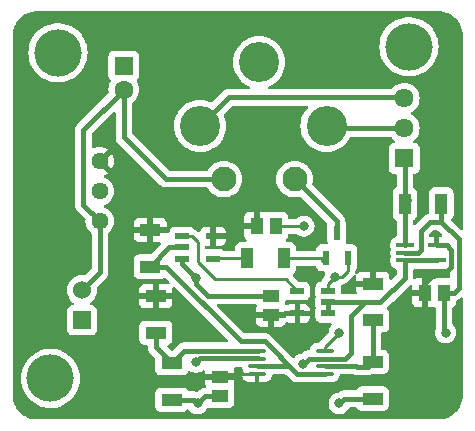
<source format=gbr>
%TF.GenerationSoftware,KiCad,Pcbnew,8.0.2*%
%TF.CreationDate,2024-09-26T13:59:12+02:00*%
%TF.ProjectId,AIR Controller,41495220-436f-46e7-9472-6f6c6c65722e,rev?*%
%TF.SameCoordinates,Original*%
%TF.FileFunction,Copper,L1,Top*%
%TF.FilePolarity,Positive*%
%FSLAX46Y46*%
G04 Gerber Fmt 4.6, Leading zero omitted, Abs format (unit mm)*
G04 Created by KiCad (PCBNEW 8.0.2) date 2024-09-26 13:59:12*
%MOMM*%
%LPD*%
G01*
G04 APERTURE LIST*
G04 Aperture macros list*
%AMRoundRect*
0 Rectangle with rounded corners*
0 $1 Rounding radius*
0 $2 $3 $4 $5 $6 $7 $8 $9 X,Y pos of 4 corners*
0 Add a 4 corners polygon primitive as box body*
4,1,4,$2,$3,$4,$5,$6,$7,$8,$9,$2,$3,0*
0 Add four circle primitives for the rounded corners*
1,1,$1+$1,$2,$3*
1,1,$1+$1,$4,$5*
1,1,$1+$1,$6,$7*
1,1,$1+$1,$8,$9*
0 Add four rect primitives between the rounded corners*
20,1,$1+$1,$2,$3,$4,$5,0*
20,1,$1+$1,$4,$5,$6,$7,0*
20,1,$1+$1,$6,$7,$8,$9,0*
20,1,$1+$1,$8,$9,$2,$3,0*%
G04 Aperture macros list end*
%TA.AperFunction,SMDPad,CuDef*%
%ADD10R,1.050000X1.800000*%
%TD*%
%TA.AperFunction,ComponentPad*%
%ADD11C,2.100000*%
%TD*%
%TA.AperFunction,ComponentPad*%
%ADD12C,3.400000*%
%TD*%
%TA.AperFunction,SMDPad,CuDef*%
%ADD13R,1.470000X1.070000*%
%TD*%
%TA.AperFunction,SMDPad,CuDef*%
%ADD14RoundRect,0.100000X0.637500X0.100000X-0.637500X0.100000X-0.637500X-0.100000X0.637500X-0.100000X0*%
%TD*%
%TA.AperFunction,SMDPad,CuDef*%
%ADD15R,1.150000X0.600000*%
%TD*%
%TA.AperFunction,SMDPad,CuDef*%
%ADD16R,1.800000X1.050000*%
%TD*%
%TA.AperFunction,SMDPad,CuDef*%
%ADD17R,0.600000X1.300000*%
%TD*%
%TA.AperFunction,ComponentPad*%
%ADD18C,4.000000*%
%TD*%
%TA.AperFunction,SMDPad,CuDef*%
%ADD19R,1.070000X1.470000*%
%TD*%
%TA.AperFunction,ComponentPad*%
%ADD20R,1.610000X1.610000*%
%TD*%
%TA.AperFunction,ComponentPad*%
%ADD21C,1.610000*%
%TD*%
%TA.AperFunction,ComponentPad*%
%ADD22R,1.530000X1.530000*%
%TD*%
%TA.AperFunction,ComponentPad*%
%ADD23C,1.530000*%
%TD*%
%TA.AperFunction,ComponentPad*%
%ADD24C,1.440000*%
%TD*%
%TA.AperFunction,SMDPad,CuDef*%
%ADD25RoundRect,0.100000X-0.650000X-0.100000X0.650000X-0.100000X0.650000X0.100000X-0.650000X0.100000X0*%
%TD*%
%TA.AperFunction,ComponentPad*%
%ADD26R,1.600000X1.600000*%
%TD*%
%TA.AperFunction,ComponentPad*%
%ADD27C,1.600000*%
%TD*%
%TA.AperFunction,ViaPad*%
%ADD28C,0.800000*%
%TD*%
%TA.AperFunction,Conductor*%
%ADD29C,0.400000*%
%TD*%
%TA.AperFunction,Conductor*%
%ADD30C,0.250000*%
%TD*%
G04 APERTURE END LIST*
D10*
%TO.P,R1,1*%
%TO.N,/Raw_Relay_Closed*%
X183048000Y-67099000D03*
%TO.P,R1,2*%
%TO.N,GND*%
X186148000Y-67099000D03*
%TD*%
D11*
%TO.P,K2,1*%
%TO.N,Net-(K2-Pad1)*%
X173719500Y-65006500D03*
D12*
%TO.P,K2,2*%
%TO.N,/SC in*%
X176419500Y-60506500D03*
%TO.P,K2,3*%
%TO.N,unconnected-(K2-Pad3)*%
X170719500Y-55106500D03*
%TO.P,K2,4*%
%TO.N,/SC out*%
X165719500Y-60506500D03*
D11*
%TO.P,K2,5*%
%TO.N,+12V*%
X167719500Y-65006500D03*
%TD*%
D13*
%TO.P,C5,1*%
%TO.N,GND*%
X171704000Y-74872000D03*
%TO.P,C5,2*%
%TO.N,+5V*%
X171704000Y-76512000D03*
%TD*%
D14*
%TO.P,U3,1*%
%TO.N,/SCS_Compliance*%
X176260600Y-81502800D03*
%TO.P,U3,2,-*%
%TO.N,/0.75V*%
X176260600Y-80852800D03*
%TO.P,U3,3,+*%
%TO.N,/Relay_Closed*%
X176260600Y-80202800D03*
%TO.P,U3,4,V-*%
%TO.N,GND*%
X176260600Y-79552800D03*
%TO.P,U3,5,+*%
%TO.N,/4.25V*%
X170535600Y-79552800D03*
%TO.P,U3,6,-*%
%TO.N,/Relay_Closed*%
X170535600Y-80202800D03*
%TO.P,U3,7*%
%TO.N,/SCS_Compliance*%
X170535600Y-80852800D03*
%TO.P,U3,8,V+*%
%TO.N,+5V*%
X170535600Y-81502800D03*
%TD*%
D15*
%TO.P,G2,1*%
%TO.N,/Relay_Closed*%
X176560000Y-76388000D03*
%TO.P,G2,2*%
X176560000Y-75438000D03*
%TO.P,G2,3,GND*%
%TO.N,GND*%
X176560000Y-74488000D03*
%TO.P,G2,4*%
%TO.N,Net-(G1-Pad1)*%
X173960000Y-74488000D03*
%TO.P,G2,5,VCC*%
%TO.N,+5V*%
X173960000Y-76388000D03*
%TD*%
D16*
%TO.P,R6,1*%
%TO.N,/4.25V*%
X161975800Y-78029400D03*
%TO.P,R6,2*%
%TO.N,+5V*%
X161975800Y-74929400D03*
%TD*%
%TO.P,R2,1*%
%TO.N,/0.75V*%
X180340000Y-76962000D03*
%TO.P,R2,2*%
%TO.N,+5V*%
X180340000Y-73862000D03*
%TD*%
D17*
%TO.P,Q1,1*%
%TO.N,Net-(Q1-Pad1)*%
X176342000Y-71662000D03*
%TO.P,Q1,2*%
%TO.N,GND*%
X178242000Y-71662000D03*
%TO.P,Q1,3*%
%TO.N,Net-(K2-Pad1)*%
X177292000Y-69562000D03*
%TD*%
D18*
%TO.P,,1*%
%TO.N,N/C*%
X153682000Y-54308000D03*
%TD*%
D19*
%TO.P,C2,1*%
%TO.N,GND*%
X186368000Y-74625200D03*
%TO.P,C2,2*%
%TO.N,+5V*%
X184728000Y-74625200D03*
%TD*%
D20*
%TO.P,J1,1,1*%
%TO.N,/Raw_Relay_Closed*%
X183000000Y-63246000D03*
D21*
%TO.P,J1,2,2*%
%TO.N,/SC in*%
X183000000Y-60706000D03*
%TO.P,J1,3,3*%
%TO.N,/SC out*%
X183000000Y-58166000D03*
%TD*%
D22*
%TO.P,J3,1,1*%
%TO.N,GND*%
X155702000Y-76962000D03*
D23*
%TO.P,J3,2,2*%
%TO.N,+12V*%
X155702000Y-74422000D03*
%TD*%
D13*
%TO.P,C3,1*%
%TO.N,GND*%
X167386000Y-83370000D03*
%TO.P,C3,2*%
%TO.N,+5V*%
X167386000Y-81730000D03*
%TD*%
D18*
%TO.P,,1*%
%TO.N,N/C*%
X183400000Y-53800000D03*
%TD*%
%TO.P,,1*%
%TO.N,N/C*%
X153047000Y-81892400D03*
%TD*%
D19*
%TO.P,C4,1*%
%TO.N,GND*%
X172140000Y-69000000D03*
%TO.P,C4,2*%
%TO.N,+5V*%
X170500000Y-69000000D03*
%TD*%
D15*
%TO.P,G1,1*%
%TO.N,Net-(G1-Pad1)*%
X164200000Y-69850000D03*
%TO.P,G1,2*%
%TO.N,/SCS_Compliance*%
X164200000Y-70800000D03*
%TO.P,G1,3,GND*%
%TO.N,GND*%
X164200000Y-71750000D03*
%TO.P,G1,4*%
%TO.N,Net-(G1-Pad4)*%
X166800000Y-71750000D03*
%TO.P,G1,5,VCC*%
%TO.N,+5V*%
X166800000Y-69850000D03*
%TD*%
D10*
%TO.P,R4,1*%
%TO.N,Net-(G1-Pad4)*%
X169703732Y-71726311D03*
%TO.P,R4,2*%
%TO.N,Net-(Q1-Pad1)*%
X172803732Y-71726311D03*
%TD*%
D16*
%TO.P,R5,1*%
%TO.N,GND*%
X180314000Y-83592000D03*
%TO.P,R5,2*%
%TO.N,/0.75V*%
X180314000Y-80492000D03*
%TD*%
%TO.P,R7,1*%
%TO.N,GND*%
X163322000Y-83693600D03*
%TO.P,R7,2*%
%TO.N,/4.25V*%
X163322000Y-80593600D03*
%TD*%
D24*
%TO.P,U1,1,+VIN*%
%TO.N,+12V*%
X157226000Y-68580000D03*
%TO.P,U1,2,GND*%
%TO.N,GND*%
X157226000Y-66040000D03*
%TO.P,U1,3,+VOUT*%
%TO.N,+5V*%
X157226000Y-63500000D03*
%TD*%
D16*
%TO.P,R3,1*%
%TO.N,+5V*%
X161500000Y-69316000D03*
%TO.P,R3,2*%
%TO.N,/SCS_Compliance*%
X161500000Y-72416000D03*
%TD*%
D25*
%TO.P,U2,1,+*%
%TO.N,/Raw_Relay_Closed*%
X183074000Y-70597000D03*
%TO.P,U2,2,V-*%
%TO.N,GND*%
X183074000Y-71247000D03*
%TO.P,U2,3,-*%
%TO.N,/Relay_Closed*%
X183074000Y-71897000D03*
%TO.P,U2,4*%
X185734000Y-71897000D03*
%TO.P,U2,5,V+*%
%TO.N,+5V*%
X185734000Y-70597000D03*
%TD*%
D26*
%TO.P,C1,1*%
%TO.N,GND*%
X159258000Y-55432888D03*
D27*
%TO.P,C1,2*%
%TO.N,+12V*%
X159258000Y-57432888D03*
%TD*%
D28*
%TO.N,GND*%
X165500000Y-84000000D03*
X174500000Y-69000000D03*
X177500000Y-84000000D03*
X177139651Y-73289901D03*
X177500000Y-78000000D03*
X186500000Y-78000000D03*
X165389000Y-73414000D03*
%TO.N,+5V*%
X166000000Y-78000000D03*
X169000000Y-76500000D03*
%TO.N,/Relay_Closed*%
X165354000Y-80518000D03*
X174396400Y-80702800D03*
%TD*%
D29*
%TO.N,GND*%
X164200000Y-72225000D02*
X164200000Y-71750000D01*
X165193600Y-83693600D02*
X163322000Y-83693600D01*
X180314000Y-83592000D02*
X177908000Y-83592000D01*
D30*
X176560000Y-73869552D02*
X177139651Y-73289901D01*
D29*
X185152000Y-68648000D02*
X186148000Y-68648000D01*
X184400000Y-71000000D02*
X184400000Y-69400000D01*
X165389000Y-73414000D02*
X164200000Y-72225000D01*
X184400000Y-69400000D02*
X185152000Y-68648000D01*
X166130000Y-83370000D02*
X167386000Y-83370000D01*
X165389000Y-73414000D02*
X165389000Y-73889000D01*
X187600000Y-70100000D02*
X186148000Y-68648000D01*
D30*
X176560000Y-74488000D02*
X176560000Y-73869552D01*
D29*
X177908000Y-83592000D02*
X177500000Y-84000000D01*
X184153000Y-71247000D02*
X184400000Y-71000000D01*
X186368000Y-77868000D02*
X186500000Y-78000000D01*
D30*
X178242000Y-72758000D02*
X178242000Y-71662000D01*
D29*
X186368000Y-74625200D02*
X186368000Y-77868000D01*
D30*
X177710099Y-73289901D02*
X178242000Y-72758000D01*
X172140000Y-69000000D02*
X174500000Y-69000000D01*
D29*
X165500000Y-84000000D02*
X165193600Y-83693600D01*
X186368000Y-74625200D02*
X187174800Y-74625200D01*
X187600000Y-74200000D02*
X187600000Y-70100000D01*
X187174800Y-74625200D02*
X187600000Y-74200000D01*
X166372000Y-74872000D02*
X171704000Y-74872000D01*
X165500000Y-84000000D02*
X166130000Y-83370000D01*
D30*
X167062400Y-83693600D02*
X167386000Y-83370000D01*
X176260600Y-79239400D02*
X177500000Y-78000000D01*
X176260600Y-79552800D02*
X176260600Y-79239400D01*
X177139651Y-73289901D02*
X177710099Y-73289901D01*
D29*
X186148000Y-68648000D02*
X186148000Y-67099000D01*
X165389000Y-73889000D02*
X166372000Y-74872000D01*
X183074000Y-71247000D02*
X184153000Y-71247000D01*
%TO.N,+12V*%
X157226000Y-68580000D02*
X157226000Y-72898000D01*
X167719500Y-65006500D02*
X162796500Y-65006500D01*
X159258000Y-61468000D02*
X159258000Y-57432888D01*
X159258000Y-57432888D02*
X155829000Y-60861888D01*
X155829000Y-60861888D02*
X155829000Y-67183000D01*
X157226000Y-72898000D02*
X155702000Y-74422000D01*
X162796500Y-65006500D02*
X159258000Y-61468000D01*
X155829000Y-67183000D02*
X157226000Y-68580000D01*
%TO.N,+5V*%
X186975000Y-72425000D02*
X186975000Y-70975000D01*
X171828000Y-76388000D02*
X171704000Y-76512000D01*
X161500000Y-69316000D02*
X161780000Y-69596000D01*
X186634000Y-72766000D02*
X186975000Y-72425000D01*
X186975000Y-70975000D02*
X186597000Y-70597000D01*
X185734000Y-72766000D02*
X186634000Y-72766000D01*
D30*
X170535600Y-81502800D02*
X167613200Y-81502800D01*
D29*
X166953000Y-81493000D02*
X166936000Y-81476000D01*
X161975800Y-74929400D02*
X161975800Y-74955400D01*
X184728000Y-73772000D02*
X185734000Y-72766000D01*
X184728000Y-74625200D02*
X184728000Y-73772000D01*
D30*
X167613200Y-81502800D02*
X167386000Y-81730000D01*
D29*
X186597000Y-70597000D02*
X185734000Y-70597000D01*
%TO.N,/SCS_Compliance*%
X173932978Y-81502800D02*
X176260600Y-81502800D01*
X173273178Y-80843000D02*
X173932978Y-81502800D01*
X163116000Y-70800000D02*
X161500000Y-72416000D01*
X164200000Y-70800000D02*
X163116000Y-70800000D01*
X171170178Y-78740000D02*
X169138000Y-78740000D01*
X162814000Y-72416000D02*
X161500000Y-72416000D01*
X169138000Y-78740000D02*
X162814000Y-72416000D01*
X170619500Y-80843000D02*
X173273178Y-80843000D01*
X173932978Y-81502800D02*
X171170178Y-78740000D01*
D30*
%TO.N,Net-(G1-Pad4)*%
X166823689Y-71726311D02*
X166800000Y-71750000D01*
X169703732Y-71726311D02*
X166823689Y-71726311D01*
%TO.N,Net-(G1-Pad1)*%
X164200000Y-69850000D02*
X165025000Y-69850000D01*
X165500000Y-72000000D02*
X167000000Y-73500000D01*
X165025000Y-69850000D02*
X165500000Y-70325000D01*
X167000000Y-73500000D02*
X172972000Y-73500000D01*
X165500000Y-70325000D02*
X165500000Y-72000000D01*
X172972000Y-73500000D02*
X173960000Y-74488000D01*
D29*
%TO.N,/SC in*%
X183000000Y-60706000D02*
X176619000Y-60706000D01*
X176619000Y-60706000D02*
X176419500Y-60506500D01*
%TO.N,/SC out*%
X183000000Y-58166000D02*
X182923800Y-58089800D01*
X182923800Y-58089800D02*
X168136200Y-58089800D01*
X168136200Y-58089800D02*
X165719500Y-60506500D01*
%TO.N,Net-(K2-Pad1)*%
X177292000Y-69562000D02*
X177292000Y-68579000D01*
X177292000Y-68579000D02*
X173719500Y-65006500D01*
%TO.N,/Relay_Closed*%
X174896400Y-80202800D02*
X176260600Y-80202800D01*
X178013600Y-80202800D02*
X176260600Y-80202800D01*
X178511200Y-79705200D02*
X178013600Y-80202800D01*
X179639000Y-75438000D02*
X178511200Y-76565800D01*
X183074000Y-73353000D02*
X183074000Y-71897000D01*
X174396400Y-80702800D02*
X174896400Y-80202800D01*
X178511200Y-76565800D02*
X178511200Y-79705200D01*
X176560000Y-75438000D02*
X176560000Y-76388000D01*
X165354000Y-80518000D02*
X165679000Y-80193000D01*
X180989000Y-75438000D02*
X179639000Y-75438000D01*
X165679000Y-80193000D02*
X170619500Y-80193000D01*
X185734000Y-71897000D02*
X183074000Y-71897000D01*
X180989000Y-75438000D02*
X183074000Y-73353000D01*
X176560000Y-75438000D02*
X180989000Y-75438000D01*
%TO.N,/Raw_Relay_Closed*%
X183048000Y-67099000D02*
X183048000Y-70571000D01*
X183048000Y-63294000D02*
X183000000Y-63246000D01*
X183048000Y-67099000D02*
X183048000Y-63294000D01*
X183388000Y-66759000D02*
X183048000Y-67099000D01*
X183048000Y-70571000D02*
X183074000Y-70597000D01*
%TO.N,/0.75V*%
X178971000Y-80893000D02*
X178921000Y-80843000D01*
X178921000Y-80843000D02*
X176344500Y-80843000D01*
X180314000Y-80492000D02*
X179913000Y-80893000D01*
X180340000Y-80466000D02*
X180314000Y-80492000D01*
X179913000Y-80893000D02*
X178971000Y-80893000D01*
X180340000Y-76962000D02*
X180340000Y-80466000D01*
%TO.N,/4.25V*%
X161975800Y-79247400D02*
X163322000Y-80593600D01*
X164372600Y-79543000D02*
X163322000Y-80593600D01*
X170619500Y-79543000D02*
X164372600Y-79543000D01*
X161975800Y-78029400D02*
X161975800Y-79247400D01*
%TO.N,Net-(Q1-Pad1)*%
X176145000Y-71859000D02*
X176342000Y-71662000D01*
D30*
X176277689Y-71726311D02*
X176342000Y-71662000D01*
X172803732Y-71726311D02*
X176277689Y-71726311D01*
%TD*%
%TA.AperFunction,Conductor*%
%TO.N,+5V*%
G36*
X185961121Y-50800020D02*
G01*
X186095109Y-50802409D01*
X186110528Y-50803650D01*
X186376897Y-50841948D01*
X186394184Y-50845708D01*
X186651313Y-50921209D01*
X186667887Y-50927391D01*
X186777159Y-50977293D01*
X186911659Y-51038717D01*
X186927173Y-51047188D01*
X187152628Y-51192080D01*
X187166783Y-51202676D01*
X187314851Y-51330977D01*
X187369317Y-51378172D01*
X187381827Y-51390682D01*
X187557320Y-51593212D01*
X187567921Y-51607374D01*
X187712808Y-51832821D01*
X187721284Y-51848345D01*
X187832608Y-52092112D01*
X187838791Y-52108688D01*
X187914290Y-52365814D01*
X187918051Y-52383102D01*
X187956348Y-52649463D01*
X187957590Y-52664898D01*
X187959980Y-52798877D01*
X187960000Y-52801089D01*
X187960000Y-69169981D01*
X187940315Y-69237020D01*
X187887511Y-69282775D01*
X187818353Y-69292719D01*
X187754797Y-69263694D01*
X187748319Y-69257662D01*
X187026556Y-68535899D01*
X186993071Y-68474576D01*
X186998055Y-68404884D01*
X187026556Y-68360537D01*
X187030543Y-68356549D01*
X187030544Y-68356547D01*
X187030546Y-68356546D01*
X187116796Y-68241331D01*
X187167091Y-68106483D01*
X187173500Y-68046873D01*
X187173499Y-66151128D01*
X187167091Y-66091517D01*
X187147876Y-66040000D01*
X187116797Y-65956671D01*
X187116793Y-65956664D01*
X187030547Y-65841455D01*
X187030544Y-65841452D01*
X186915335Y-65755206D01*
X186915328Y-65755202D01*
X186780482Y-65704908D01*
X186780483Y-65704908D01*
X186720883Y-65698501D01*
X186720881Y-65698500D01*
X186720873Y-65698500D01*
X186720864Y-65698500D01*
X185575129Y-65698500D01*
X185575123Y-65698501D01*
X185515516Y-65704908D01*
X185380671Y-65755202D01*
X185380664Y-65755206D01*
X185265455Y-65841452D01*
X185265452Y-65841455D01*
X185179206Y-65956664D01*
X185179202Y-65956671D01*
X185128908Y-66091517D01*
X185122501Y-66151116D01*
X185122501Y-66151123D01*
X185122500Y-66151135D01*
X185122500Y-67837879D01*
X185102815Y-67904918D01*
X185050011Y-67950673D01*
X185022693Y-67959496D01*
X184947676Y-67974418D01*
X184947667Y-67974421D01*
X184820192Y-68027222D01*
X184705454Y-68103887D01*
X184705453Y-68103888D01*
X183960181Y-68849161D01*
X183898858Y-68882646D01*
X183829166Y-68877662D01*
X183773233Y-68835790D01*
X183748816Y-68770326D01*
X183748500Y-68761480D01*
X183748500Y-68552861D01*
X183768185Y-68485822D01*
X183808418Y-68448362D01*
X183808231Y-68448112D01*
X183810565Y-68446364D01*
X183813076Y-68444027D01*
X183815323Y-68442798D01*
X183815331Y-68442796D01*
X183930546Y-68356546D01*
X184016796Y-68241331D01*
X184067091Y-68106483D01*
X184073500Y-68046873D01*
X184073499Y-66915617D01*
X184075882Y-66891425D01*
X184088500Y-66827995D01*
X184088500Y-66690003D01*
X184075882Y-66626571D01*
X184073499Y-66602379D01*
X184073499Y-66151129D01*
X184073498Y-66151123D01*
X184073497Y-66151116D01*
X184067091Y-66091517D01*
X184047876Y-66040000D01*
X184016797Y-65956671D01*
X184016793Y-65956664D01*
X183930547Y-65841455D01*
X183930544Y-65841452D01*
X183815329Y-65755202D01*
X183813068Y-65753967D01*
X183811246Y-65752145D01*
X183808231Y-65749888D01*
X183808555Y-65749454D01*
X183763665Y-65704559D01*
X183748500Y-65645138D01*
X183748500Y-64674103D01*
X183768185Y-64607064D01*
X183820989Y-64561309D01*
X183859244Y-64550813D01*
X183912483Y-64545091D01*
X184047331Y-64494796D01*
X184162546Y-64408546D01*
X184248796Y-64293331D01*
X184299091Y-64158483D01*
X184305500Y-64098873D01*
X184305499Y-62393128D01*
X184299091Y-62333517D01*
X184294011Y-62319898D01*
X184248797Y-62198671D01*
X184248793Y-62198664D01*
X184162547Y-62083455D01*
X184162544Y-62083452D01*
X184047335Y-61997206D01*
X184047328Y-61997202D01*
X183912482Y-61946908D01*
X183912484Y-61946908D01*
X183886815Y-61944149D01*
X183822264Y-61917411D01*
X183782416Y-61860018D01*
X183779923Y-61790193D01*
X183815576Y-61730104D01*
X183828941Y-61719290D01*
X183842365Y-61709891D01*
X184003891Y-61548365D01*
X184134915Y-61361244D01*
X184231455Y-61154213D01*
X184290578Y-60933564D01*
X184310487Y-60706000D01*
X184290578Y-60478436D01*
X184231455Y-60257787D01*
X184134915Y-60050757D01*
X184134913Y-60050754D01*
X184134912Y-60050752D01*
X184003890Y-59863633D01*
X183842369Y-59702113D01*
X183842365Y-59702109D01*
X183655244Y-59571085D01*
X183606556Y-59548381D01*
X183554117Y-59502210D01*
X183534965Y-59435017D01*
X183555180Y-59368136D01*
X183606557Y-59323618D01*
X183655244Y-59300915D01*
X183842365Y-59169891D01*
X184003891Y-59008365D01*
X184134915Y-58821244D01*
X184231455Y-58614213D01*
X184290578Y-58393564D01*
X184310487Y-58166000D01*
X184290578Y-57938436D01*
X184231455Y-57717787D01*
X184134915Y-57510757D01*
X184134913Y-57510754D01*
X184134912Y-57510752D01*
X184003890Y-57323633D01*
X183842369Y-57162113D01*
X183842365Y-57162109D01*
X183655244Y-57031085D01*
X183655245Y-57031085D01*
X183655243Y-57031084D01*
X183551728Y-56982815D01*
X183448213Y-56934545D01*
X183448209Y-56934544D01*
X183448205Y-56934542D01*
X183227568Y-56875423D01*
X183227566Y-56875422D01*
X183227564Y-56875422D01*
X183227562Y-56875421D01*
X183227558Y-56875421D01*
X183000002Y-56855513D01*
X182999998Y-56855513D01*
X182772441Y-56875421D01*
X182772431Y-56875423D01*
X182551794Y-56934542D01*
X182551785Y-56934546D01*
X182344756Y-57031085D01*
X182344752Y-57031087D01*
X182157633Y-57162109D01*
X181996110Y-57323632D01*
X181987153Y-57336425D01*
X181932575Y-57380049D01*
X181885579Y-57389300D01*
X171591412Y-57389300D01*
X171524373Y-57369615D01*
X171478618Y-57316811D01*
X171468674Y-57247653D01*
X171497699Y-57184097D01*
X171551554Y-57147881D01*
X171553480Y-57147227D01*
X171563402Y-57143859D01*
X171822111Y-57016278D01*
X172061954Y-56856020D01*
X172278827Y-56665827D01*
X172469020Y-56448954D01*
X172629278Y-56209111D01*
X172756859Y-55950402D01*
X172849581Y-55677253D01*
X172905856Y-55394339D01*
X172924722Y-55106500D01*
X172905856Y-54818661D01*
X172849581Y-54535747D01*
X172756859Y-54262598D01*
X172629278Y-54003889D01*
X172493040Y-53799994D01*
X180894556Y-53799994D01*
X180894556Y-53800005D01*
X180914310Y-54114004D01*
X180914311Y-54114011D01*
X180914312Y-54114015D01*
X180967065Y-54390559D01*
X180973270Y-54423083D01*
X181070497Y-54722316D01*
X181070499Y-54722321D01*
X181204461Y-55007003D01*
X181204464Y-55007009D01*
X181373051Y-55272661D01*
X181373054Y-55272665D01*
X181573606Y-55515090D01*
X181573608Y-55515092D01*
X181802968Y-55730476D01*
X181802978Y-55730484D01*
X182057504Y-55915408D01*
X182057509Y-55915410D01*
X182057516Y-55915416D01*
X182333234Y-56066994D01*
X182333239Y-56066996D01*
X182333241Y-56066997D01*
X182333242Y-56066998D01*
X182625771Y-56182818D01*
X182625774Y-56182819D01*
X182842576Y-56238484D01*
X182930527Y-56261066D01*
X182996010Y-56269338D01*
X183242670Y-56300499D01*
X183242679Y-56300499D01*
X183242682Y-56300500D01*
X183242684Y-56300500D01*
X183557316Y-56300500D01*
X183557318Y-56300500D01*
X183557321Y-56300499D01*
X183557329Y-56300499D01*
X183743593Y-56276968D01*
X183869473Y-56261066D01*
X184174225Y-56182819D01*
X184174228Y-56182818D01*
X184466757Y-56066998D01*
X184466758Y-56066997D01*
X184466756Y-56066997D01*
X184466766Y-56066994D01*
X184742484Y-55915416D01*
X184997030Y-55730478D01*
X185226390Y-55515094D01*
X185426947Y-55272663D01*
X185595537Y-55007007D01*
X185729503Y-54722315D01*
X185826731Y-54423079D01*
X185885688Y-54114015D01*
X185885689Y-54114004D01*
X185905444Y-53800005D01*
X185905444Y-53799994D01*
X185885689Y-53485995D01*
X185885688Y-53485988D01*
X185885688Y-53485985D01*
X185826731Y-53176921D01*
X185729503Y-52877685D01*
X185595537Y-52592993D01*
X185560414Y-52537648D01*
X185426948Y-52327338D01*
X185426945Y-52327334D01*
X185226393Y-52084909D01*
X185226391Y-52084907D01*
X184997031Y-51869523D01*
X184997021Y-51869515D01*
X184742495Y-51684591D01*
X184742488Y-51684586D01*
X184742484Y-51684584D01*
X184466766Y-51533006D01*
X184466763Y-51533004D01*
X184466758Y-51533002D01*
X184466757Y-51533001D01*
X184174228Y-51417181D01*
X184174225Y-51417180D01*
X183869476Y-51338934D01*
X183869463Y-51338932D01*
X183557329Y-51299500D01*
X183557318Y-51299500D01*
X183242682Y-51299500D01*
X183242670Y-51299500D01*
X182930536Y-51338932D01*
X182930523Y-51338934D01*
X182625774Y-51417180D01*
X182625771Y-51417181D01*
X182333242Y-51533001D01*
X182333241Y-51533002D01*
X182057516Y-51684584D01*
X182057504Y-51684591D01*
X181802978Y-51869515D01*
X181802968Y-51869523D01*
X181573608Y-52084907D01*
X181573606Y-52084909D01*
X181373054Y-52327334D01*
X181373051Y-52327338D01*
X181204464Y-52592990D01*
X181204461Y-52592996D01*
X181070499Y-52877678D01*
X181070497Y-52877683D01*
X180973270Y-53176916D01*
X180914311Y-53485988D01*
X180914310Y-53485995D01*
X180894556Y-53799994D01*
X172493040Y-53799994D01*
X172469020Y-53764046D01*
X172399625Y-53684916D01*
X172278827Y-53547172D01*
X172061952Y-53356978D01*
X171822113Y-53196723D01*
X171822106Y-53196719D01*
X171563405Y-53069142D01*
X171290260Y-52976421D01*
X171290254Y-52976419D01*
X171290253Y-52976419D01*
X171290251Y-52976418D01*
X171290245Y-52976417D01*
X171007349Y-52920146D01*
X171007339Y-52920144D01*
X170719500Y-52901278D01*
X170431661Y-52920144D01*
X170431655Y-52920145D01*
X170431650Y-52920146D01*
X170148754Y-52976417D01*
X170148739Y-52976421D01*
X169875594Y-53069142D01*
X169616893Y-53196719D01*
X169616886Y-53196723D01*
X169377047Y-53356978D01*
X169160172Y-53547172D01*
X168969978Y-53764047D01*
X168809723Y-54003886D01*
X168809719Y-54003893D01*
X168682142Y-54262594D01*
X168589421Y-54535739D01*
X168589417Y-54535754D01*
X168533146Y-54818650D01*
X168533144Y-54818662D01*
X168514278Y-55106500D01*
X168533144Y-55394337D01*
X168533146Y-55394349D01*
X168589417Y-55677245D01*
X168589421Y-55677260D01*
X168682142Y-55950405D01*
X168809719Y-56209106D01*
X168809723Y-56209113D01*
X168969978Y-56448952D01*
X169160172Y-56665827D01*
X169377047Y-56856021D01*
X169494562Y-56934542D01*
X169616889Y-57016278D01*
X169875598Y-57143859D01*
X169884064Y-57146732D01*
X169887446Y-57147881D01*
X169944601Y-57188069D01*
X169970954Y-57252778D01*
X169958140Y-57321463D01*
X169910226Y-57372316D01*
X169847588Y-57389300D01*
X168067204Y-57389300D01*
X167931877Y-57416218D01*
X167931867Y-57416221D01*
X167804392Y-57469022D01*
X167689654Y-57545687D01*
X166762053Y-58473288D01*
X166700730Y-58506773D01*
X166631038Y-58501789D01*
X166619528Y-58496819D01*
X166563405Y-58469142D01*
X166290260Y-58376421D01*
X166290254Y-58376419D01*
X166290253Y-58376419D01*
X166290251Y-58376418D01*
X166290245Y-58376417D01*
X166007349Y-58320146D01*
X166007339Y-58320144D01*
X165719500Y-58301278D01*
X165431661Y-58320144D01*
X165431655Y-58320145D01*
X165431650Y-58320146D01*
X165148754Y-58376417D01*
X165148739Y-58376421D01*
X164875594Y-58469142D01*
X164616893Y-58596719D01*
X164616886Y-58596723D01*
X164377047Y-58756978D01*
X164160172Y-58947172D01*
X163969978Y-59164047D01*
X163809723Y-59403886D01*
X163809719Y-59403893D01*
X163682142Y-59662594D01*
X163589421Y-59935739D01*
X163589417Y-59935754D01*
X163533146Y-60218650D01*
X163533144Y-60218662D01*
X163514278Y-60506500D01*
X163533144Y-60794337D01*
X163533146Y-60794349D01*
X163589417Y-61077245D01*
X163589421Y-61077260D01*
X163682142Y-61350405D01*
X163809719Y-61609106D01*
X163809723Y-61609113D01*
X163969978Y-61848952D01*
X164160172Y-62065827D01*
X164377047Y-62256021D01*
X164560163Y-62378375D01*
X164616889Y-62416278D01*
X164875598Y-62543859D01*
X165148747Y-62636581D01*
X165431661Y-62692856D01*
X165719500Y-62711722D01*
X166007339Y-62692856D01*
X166290253Y-62636581D01*
X166563402Y-62543859D01*
X166822111Y-62416278D01*
X167061954Y-62256020D01*
X167278827Y-62065827D01*
X167469020Y-61848954D01*
X167629278Y-61609111D01*
X167756859Y-61350402D01*
X167849581Y-61077253D01*
X167905856Y-60794339D01*
X167924722Y-60506500D01*
X167905856Y-60218661D01*
X167849581Y-59935747D01*
X167756859Y-59662598D01*
X167729178Y-59606468D01*
X167717182Y-59537638D01*
X167744304Y-59473247D01*
X167752699Y-59463956D01*
X168390038Y-58826619D01*
X168451361Y-58793134D01*
X168477719Y-58790300D01*
X174724072Y-58790300D01*
X174791111Y-58809985D01*
X174836866Y-58862789D01*
X174846810Y-58931947D01*
X174817785Y-58995503D01*
X174817300Y-58996059D01*
X174669978Y-59164047D01*
X174509723Y-59403886D01*
X174509719Y-59403893D01*
X174382142Y-59662594D01*
X174289421Y-59935739D01*
X174289417Y-59935754D01*
X174233146Y-60218650D01*
X174233144Y-60218662D01*
X174214278Y-60506500D01*
X174233144Y-60794337D01*
X174233146Y-60794349D01*
X174289417Y-61077245D01*
X174289421Y-61077260D01*
X174382142Y-61350405D01*
X174509719Y-61609106D01*
X174509723Y-61609113D01*
X174669978Y-61848952D01*
X174860172Y-62065827D01*
X175077047Y-62256021D01*
X175260163Y-62378375D01*
X175316889Y-62416278D01*
X175575598Y-62543859D01*
X175848747Y-62636581D01*
X176131661Y-62692856D01*
X176419500Y-62711722D01*
X176707339Y-62692856D01*
X176990253Y-62636581D01*
X177263402Y-62543859D01*
X177522111Y-62416278D01*
X177761954Y-62256020D01*
X177978827Y-62065827D01*
X178169020Y-61848954D01*
X178329278Y-61609111D01*
X178395091Y-61475656D01*
X178442396Y-61424237D01*
X178506303Y-61406500D01*
X181832223Y-61406500D01*
X181899262Y-61426185D01*
X181933798Y-61459376D01*
X181996109Y-61548365D01*
X182157635Y-61709891D01*
X182171052Y-61719285D01*
X182214676Y-61773859D01*
X182221870Y-61843358D01*
X182190348Y-61905713D01*
X182130119Y-61941127D01*
X182113185Y-61944148D01*
X182087519Y-61946907D01*
X181952671Y-61997202D01*
X181952664Y-61997206D01*
X181837455Y-62083452D01*
X181837452Y-62083455D01*
X181751206Y-62198664D01*
X181751202Y-62198671D01*
X181700908Y-62333517D01*
X181696086Y-62378375D01*
X181694501Y-62393123D01*
X181694500Y-62393135D01*
X181694500Y-64098870D01*
X181694501Y-64098876D01*
X181700908Y-64158483D01*
X181751202Y-64293328D01*
X181751206Y-64293335D01*
X181837452Y-64408544D01*
X181837455Y-64408547D01*
X181952664Y-64494793D01*
X181952671Y-64494797D01*
X181997618Y-64511561D01*
X182087517Y-64545091D01*
X182147127Y-64551500D01*
X182223500Y-64551499D01*
X182290538Y-64571183D01*
X182336294Y-64623986D01*
X182347500Y-64675499D01*
X182347500Y-65645138D01*
X182327815Y-65712177D01*
X182287581Y-65749637D01*
X182287769Y-65749888D01*
X182285441Y-65751630D01*
X182282932Y-65753967D01*
X182280670Y-65755202D01*
X182165455Y-65841452D01*
X182165452Y-65841455D01*
X182079206Y-65956664D01*
X182079202Y-65956671D01*
X182028908Y-66091517D01*
X182022501Y-66151116D01*
X182022501Y-66151123D01*
X182022500Y-66151135D01*
X182022500Y-68046870D01*
X182022501Y-68046876D01*
X182028908Y-68106483D01*
X182079202Y-68241328D01*
X182079206Y-68241335D01*
X182165452Y-68356544D01*
X182165455Y-68356547D01*
X182280663Y-68442792D01*
X182280665Y-68442793D01*
X182280669Y-68442796D01*
X182280673Y-68442797D01*
X182282924Y-68444027D01*
X182284746Y-68445849D01*
X182287769Y-68448112D01*
X182287443Y-68448546D01*
X182332331Y-68493431D01*
X182347500Y-68552861D01*
X182347500Y-69795856D01*
X182327815Y-69862895D01*
X182275011Y-69908650D01*
X182270953Y-69910417D01*
X182121160Y-69972463D01*
X181995718Y-70068718D01*
X181899463Y-70194160D01*
X181838956Y-70340237D01*
X181838955Y-70340239D01*
X181823500Y-70457638D01*
X181823500Y-70736363D01*
X181838953Y-70853753D01*
X181838957Y-70853765D01*
X181847566Y-70874550D01*
X181855033Y-70944019D01*
X181847566Y-70969450D01*
X181838957Y-70990234D01*
X181838955Y-70990239D01*
X181823500Y-71107638D01*
X181823500Y-71386363D01*
X181838953Y-71503753D01*
X181838957Y-71503765D01*
X181847566Y-71524550D01*
X181855033Y-71594019D01*
X181847566Y-71619450D01*
X181838957Y-71640234D01*
X181838955Y-71640239D01*
X181823500Y-71757638D01*
X181823500Y-72036363D01*
X181838953Y-72153753D01*
X181838956Y-72153762D01*
X181898043Y-72296412D01*
X181899464Y-72299841D01*
X181995718Y-72425282D01*
X182121159Y-72521536D01*
X182267238Y-72582044D01*
X182267243Y-72582044D01*
X182275088Y-72584147D01*
X182274644Y-72585803D01*
X182329576Y-72610101D01*
X182368051Y-72668423D01*
X182373500Y-72704778D01*
X182373500Y-73011481D01*
X182353815Y-73078520D01*
X182337181Y-73099162D01*
X181951681Y-73484662D01*
X181890358Y-73518147D01*
X181820666Y-73513163D01*
X181764733Y-73471291D01*
X181740316Y-73405827D01*
X181740000Y-73396981D01*
X181740000Y-73289172D01*
X181739999Y-73289155D01*
X181733598Y-73229627D01*
X181733596Y-73229620D01*
X181683354Y-73094913D01*
X181683350Y-73094906D01*
X181597190Y-72979812D01*
X181597187Y-72979809D01*
X181482093Y-72893649D01*
X181482086Y-72893645D01*
X181347379Y-72843403D01*
X181347372Y-72843401D01*
X181287844Y-72837000D01*
X180590000Y-72837000D01*
X180590000Y-73988000D01*
X180570315Y-74055039D01*
X180517511Y-74100794D01*
X180466000Y-74112000D01*
X178940000Y-74112000D01*
X178940000Y-74434844D01*
X178946401Y-74494372D01*
X178946404Y-74494383D01*
X178974670Y-74570166D01*
X178979655Y-74639857D01*
X178946171Y-74701181D01*
X178884848Y-74734666D01*
X178858489Y-74737500D01*
X177759500Y-74737500D01*
X177692461Y-74717815D01*
X177646706Y-74665011D01*
X177635500Y-74613500D01*
X177635499Y-74140129D01*
X177635498Y-74140114D01*
X177633460Y-74121160D01*
X177645864Y-74052400D01*
X177683862Y-74007586D01*
X177745522Y-73962789D01*
X177764223Y-73942018D01*
X177823706Y-73905369D01*
X177832167Y-73903374D01*
X177855503Y-73898733D01*
X177892551Y-73891364D01*
X177942595Y-73870635D01*
X178006385Y-73844213D01*
X178060662Y-73807945D01*
X178108832Y-73775759D01*
X178195957Y-73688634D01*
X178195958Y-73688631D01*
X178727858Y-73156733D01*
X178727858Y-73156732D01*
X178732166Y-73152425D01*
X178733970Y-73154229D01*
X178782454Y-73121141D01*
X178852297Y-73119208D01*
X178912097Y-73155342D01*
X178942870Y-73218070D01*
X178943957Y-73252359D01*
X178940000Y-73289166D01*
X178940000Y-73612000D01*
X180090000Y-73612000D01*
X180090000Y-72837000D01*
X179392155Y-72837000D01*
X179332627Y-72843401D01*
X179332620Y-72843403D01*
X179197913Y-72893645D01*
X179197906Y-72893649D01*
X179082812Y-72979809D01*
X179082809Y-72979812D01*
X179073683Y-72992003D01*
X179017748Y-73033872D01*
X178948056Y-73038854D01*
X178886734Y-73005367D01*
X178853252Y-72944042D01*
X178852809Y-72893465D01*
X178853266Y-72891168D01*
X178867501Y-72819606D01*
X178867501Y-72752954D01*
X178887186Y-72685915D01*
X178894495Y-72676844D01*
X178894231Y-72676646D01*
X178900387Y-72668423D01*
X178985796Y-72554331D01*
X179036091Y-72419483D01*
X179042500Y-72359873D01*
X179042499Y-70964128D01*
X179036091Y-70904517D01*
X179026884Y-70879833D01*
X178985797Y-70769671D01*
X178985793Y-70769664D01*
X178899547Y-70654455D01*
X178899544Y-70654452D01*
X178784335Y-70568206D01*
X178784328Y-70568202D01*
X178649482Y-70517908D01*
X178649483Y-70517908D01*
X178589883Y-70511501D01*
X178589881Y-70511500D01*
X178589873Y-70511500D01*
X178589865Y-70511500D01*
X178193067Y-70511500D01*
X178126028Y-70491815D01*
X178080273Y-70439011D01*
X178070329Y-70369853D01*
X178076885Y-70344168D01*
X178086090Y-70319485D01*
X178086091Y-70319483D01*
X178089315Y-70289492D01*
X178092500Y-70259873D01*
X178092499Y-68864128D01*
X178086091Y-68804517D01*
X178070039Y-68761480D01*
X178035797Y-68669671D01*
X178035795Y-68669668D01*
X178017233Y-68644872D01*
X177992816Y-68579408D01*
X177992500Y-68570561D01*
X177992500Y-68510004D01*
X177965581Y-68374677D01*
X177965580Y-68374676D01*
X177965580Y-68374672D01*
X177962507Y-68367253D01*
X177912777Y-68247193D01*
X177912776Y-68247191D01*
X177908860Y-68241331D01*
X177891834Y-68215849D01*
X177891834Y-68215848D01*
X177836115Y-68132458D01*
X177836109Y-68132451D01*
X175246246Y-65542589D01*
X175212761Y-65481266D01*
X175213352Y-65425962D01*
X175255646Y-65249802D01*
X175274794Y-65006500D01*
X175255646Y-64763198D01*
X175198672Y-64525888D01*
X175185794Y-64494797D01*
X175105277Y-64300410D01*
X174977762Y-64092326D01*
X174977761Y-64092323D01*
X174873287Y-63970000D01*
X174819259Y-63906741D01*
X174680918Y-63788587D01*
X174633676Y-63748238D01*
X174633673Y-63748237D01*
X174425589Y-63620722D01*
X174200118Y-63527330D01*
X174200121Y-63527330D01*
X174086293Y-63500002D01*
X173962802Y-63470354D01*
X173962800Y-63470353D01*
X173962797Y-63470353D01*
X173719500Y-63451206D01*
X173476202Y-63470353D01*
X173476198Y-63470354D01*
X173242929Y-63526358D01*
X173238880Y-63527330D01*
X173013410Y-63620722D01*
X172805326Y-63748237D01*
X172805323Y-63748238D01*
X172619741Y-63906741D01*
X172461238Y-64092323D01*
X172461237Y-64092326D01*
X172333722Y-64300410D01*
X172240330Y-64525880D01*
X172240328Y-64525887D01*
X172240328Y-64525888D01*
X172220839Y-64607064D01*
X172183353Y-64763202D01*
X172164206Y-65006500D01*
X172183353Y-65249797D01*
X172183353Y-65249800D01*
X172183354Y-65249802D01*
X172238924Y-65481266D01*
X172240330Y-65487119D01*
X172333722Y-65712589D01*
X172461237Y-65920673D01*
X172461238Y-65920676D01*
X172461241Y-65920679D01*
X172619741Y-66106259D01*
X172763397Y-66228953D01*
X172805323Y-66264761D01*
X172805326Y-66264762D01*
X173013410Y-66392277D01*
X173238881Y-66485669D01*
X173238878Y-66485669D01*
X173238884Y-66485670D01*
X173238888Y-66485672D01*
X173476198Y-66542646D01*
X173719500Y-66561794D01*
X173962802Y-66542646D01*
X174138961Y-66500353D01*
X174208743Y-66503844D01*
X174255589Y-66533246D01*
X176458769Y-68736426D01*
X176492254Y-68797749D01*
X176494377Y-68837359D01*
X176491501Y-68864123D01*
X176491500Y-68864130D01*
X176491500Y-70259870D01*
X176491501Y-70259876D01*
X176497909Y-70319485D01*
X176507115Y-70344168D01*
X176512099Y-70413860D01*
X176478613Y-70475182D01*
X176417289Y-70508667D01*
X176390933Y-70511500D01*
X175994129Y-70511500D01*
X175994123Y-70511501D01*
X175934516Y-70517908D01*
X175799671Y-70568202D01*
X175799664Y-70568206D01*
X175684455Y-70654452D01*
X175684452Y-70654455D01*
X175598206Y-70769664D01*
X175598202Y-70769671D01*
X175547908Y-70904517D01*
X175541501Y-70964116D01*
X175541501Y-70964123D01*
X175541500Y-70964135D01*
X175541500Y-70976811D01*
X175521815Y-71043850D01*
X175469011Y-71089605D01*
X175417500Y-71100811D01*
X173953231Y-71100811D01*
X173886192Y-71081126D01*
X173840437Y-71028322D01*
X173829231Y-70976811D01*
X173829231Y-70778440D01*
X173829230Y-70778434D01*
X173829229Y-70778427D01*
X173822823Y-70718828D01*
X173821519Y-70715333D01*
X173772529Y-70583982D01*
X173772525Y-70583975D01*
X173686279Y-70468766D01*
X173686276Y-70468763D01*
X173571067Y-70382517D01*
X173571060Y-70382513D01*
X173436214Y-70332219D01*
X173436215Y-70332219D01*
X173376615Y-70325812D01*
X173376613Y-70325811D01*
X173376605Y-70325811D01*
X173376597Y-70325811D01*
X173093500Y-70325811D01*
X173026461Y-70306126D01*
X172980706Y-70253322D01*
X172970762Y-70184164D01*
X172999787Y-70120608D01*
X173019182Y-70102549D01*
X173032546Y-70092546D01*
X173118796Y-69977331D01*
X173169091Y-69842483D01*
X173175500Y-69782873D01*
X173175500Y-69749500D01*
X173195185Y-69682461D01*
X173247989Y-69636706D01*
X173299500Y-69625500D01*
X173796252Y-69625500D01*
X173863291Y-69645185D01*
X173888400Y-69666526D01*
X173894126Y-69672885D01*
X173894130Y-69672889D01*
X174047265Y-69784148D01*
X174047270Y-69784151D01*
X174220192Y-69861142D01*
X174220197Y-69861144D01*
X174405354Y-69900500D01*
X174405355Y-69900500D01*
X174594644Y-69900500D01*
X174594646Y-69900500D01*
X174779803Y-69861144D01*
X174952730Y-69784151D01*
X175105871Y-69672888D01*
X175232533Y-69532216D01*
X175327179Y-69368284D01*
X175385674Y-69188256D01*
X175405460Y-69000000D01*
X175385674Y-68811744D01*
X175327179Y-68631716D01*
X175232533Y-68467784D01*
X175105871Y-68327112D01*
X175105870Y-68327111D01*
X174952734Y-68215851D01*
X174952729Y-68215848D01*
X174779807Y-68138857D01*
X174779802Y-68138855D01*
X174615285Y-68103887D01*
X174594646Y-68099500D01*
X174405354Y-68099500D01*
X174384715Y-68103887D01*
X174220197Y-68138855D01*
X174220192Y-68138857D01*
X174047270Y-68215848D01*
X174047265Y-68215851D01*
X173894130Y-68327110D01*
X173894126Y-68327114D01*
X173888400Y-68333474D01*
X173828913Y-68370121D01*
X173796252Y-68374500D01*
X173299499Y-68374500D01*
X173232460Y-68354815D01*
X173186705Y-68302011D01*
X173175499Y-68250500D01*
X173175499Y-68217129D01*
X173175498Y-68217123D01*
X173175361Y-68215851D01*
X173169091Y-68157517D01*
X173162131Y-68138857D01*
X173118797Y-68022671D01*
X173118793Y-68022664D01*
X173032547Y-67907455D01*
X173032544Y-67907452D01*
X172917335Y-67821206D01*
X172917328Y-67821202D01*
X172782482Y-67770908D01*
X172782483Y-67770908D01*
X172722883Y-67764501D01*
X172722881Y-67764500D01*
X172722873Y-67764500D01*
X172722864Y-67764500D01*
X171557129Y-67764500D01*
X171557123Y-67764501D01*
X171497515Y-67770909D01*
X171362617Y-67821222D01*
X171292926Y-67826206D01*
X171275952Y-67821222D01*
X171142380Y-67771403D01*
X171142372Y-67771401D01*
X171082844Y-67765000D01*
X170750000Y-67765000D01*
X170750000Y-69126000D01*
X170730315Y-69193039D01*
X170677511Y-69238794D01*
X170626000Y-69250000D01*
X169465000Y-69250000D01*
X169465000Y-69782844D01*
X169471401Y-69842372D01*
X169471403Y-69842379D01*
X169521645Y-69977086D01*
X169521649Y-69977093D01*
X169607808Y-70092185D01*
X169621644Y-70102543D01*
X169663515Y-70158477D01*
X169668500Y-70228168D01*
X169635016Y-70289492D01*
X169573693Y-70322977D01*
X169547334Y-70325811D01*
X169130861Y-70325811D01*
X169130855Y-70325812D01*
X169071248Y-70332219D01*
X168936403Y-70382513D01*
X168936396Y-70382517D01*
X168821187Y-70468763D01*
X168821184Y-70468766D01*
X168734938Y-70583975D01*
X168734934Y-70583982D01*
X168684640Y-70718828D01*
X168678709Y-70774000D01*
X168678233Y-70778434D01*
X168678232Y-70778446D01*
X168678232Y-70976811D01*
X168658547Y-71043850D01*
X168605743Y-71089605D01*
X168554232Y-71100811D01*
X167784982Y-71100811D01*
X167717943Y-71081126D01*
X167710671Y-71076078D01*
X167617331Y-71006204D01*
X167617328Y-71006202D01*
X167482482Y-70955908D01*
X167482483Y-70955908D01*
X167422883Y-70949501D01*
X167422881Y-70949500D01*
X167422873Y-70949500D01*
X167422865Y-70949500D01*
X166249500Y-70949500D01*
X166182461Y-70929815D01*
X166136706Y-70877011D01*
X166125500Y-70825500D01*
X166125500Y-70774000D01*
X166145185Y-70706961D01*
X166197989Y-70661206D01*
X166249500Y-70650000D01*
X166550000Y-70650000D01*
X167050000Y-70650000D01*
X167422828Y-70650000D01*
X167422844Y-70649999D01*
X167482372Y-70643598D01*
X167482379Y-70643596D01*
X167617086Y-70593354D01*
X167617093Y-70593350D01*
X167732187Y-70507190D01*
X167732190Y-70507187D01*
X167818350Y-70392093D01*
X167818354Y-70392086D01*
X167868596Y-70257379D01*
X167868598Y-70257372D01*
X167874999Y-70197844D01*
X167875000Y-70197827D01*
X167875000Y-70100000D01*
X167050000Y-70100000D01*
X167050000Y-70650000D01*
X166550000Y-70650000D01*
X166550000Y-69600000D01*
X167050000Y-69600000D01*
X167875000Y-69600000D01*
X167875000Y-69502172D01*
X167874999Y-69502155D01*
X167868598Y-69442627D01*
X167868596Y-69442620D01*
X167818354Y-69307913D01*
X167818350Y-69307906D01*
X167732190Y-69192812D01*
X167732187Y-69192809D01*
X167617093Y-69106649D01*
X167617086Y-69106645D01*
X167482379Y-69056403D01*
X167482372Y-69056401D01*
X167422844Y-69050000D01*
X167050000Y-69050000D01*
X167050000Y-69600000D01*
X166550000Y-69600000D01*
X166550000Y-69050000D01*
X166177155Y-69050000D01*
X166117627Y-69056401D01*
X166117620Y-69056403D01*
X165982913Y-69106645D01*
X165982906Y-69106649D01*
X165867812Y-69192809D01*
X165867809Y-69192812D01*
X165781649Y-69307906D01*
X165781646Y-69307911D01*
X165736569Y-69428769D01*
X165694697Y-69484702D01*
X165629233Y-69509119D01*
X165560960Y-69494267D01*
X165532706Y-69473116D01*
X165517928Y-69458338D01*
X165517925Y-69458334D01*
X165517925Y-69458335D01*
X165510858Y-69451268D01*
X165510858Y-69451267D01*
X165423733Y-69364142D01*
X165423732Y-69364141D01*
X165423731Y-69364140D01*
X165360035Y-69321580D01*
X165360034Y-69321579D01*
X165321290Y-69295690D01*
X165321286Y-69295688D01*
X165314118Y-69292719D01*
X165240792Y-69262347D01*
X165229482Y-69257662D01*
X165207448Y-69248535D01*
X165203746Y-69247412D01*
X165202047Y-69246298D01*
X165201824Y-69246206D01*
X165201841Y-69246163D01*
X165145313Y-69209106D01*
X165140493Y-69203070D01*
X165132639Y-69192578D01*
X165132546Y-69192454D01*
X165017331Y-69106204D01*
X165017329Y-69106203D01*
X165017328Y-69106202D01*
X164882482Y-69055908D01*
X164882483Y-69055908D01*
X164822883Y-69049501D01*
X164822881Y-69049500D01*
X164822873Y-69049500D01*
X164822864Y-69049500D01*
X163577129Y-69049500D01*
X163577123Y-69049501D01*
X163517516Y-69055908D01*
X163382671Y-69106202D01*
X163382664Y-69106206D01*
X163267455Y-69192452D01*
X163267452Y-69192455D01*
X163181206Y-69307664D01*
X163181202Y-69307671D01*
X163130910Y-69442513D01*
X163130909Y-69442517D01*
X163124500Y-69502127D01*
X163124500Y-69502136D01*
X163124212Y-69504815D01*
X163097474Y-69569366D01*
X163040081Y-69609214D01*
X162970256Y-69611708D01*
X162913241Y-69579241D01*
X162900000Y-69566000D01*
X161750000Y-69566000D01*
X161750000Y-70341000D01*
X162284980Y-70341000D01*
X162352019Y-70360685D01*
X162397774Y-70413489D01*
X162407718Y-70482647D01*
X162378693Y-70546203D01*
X162372661Y-70552681D01*
X161571160Y-71354181D01*
X161509837Y-71387666D01*
X161483479Y-71390500D01*
X160552129Y-71390500D01*
X160552123Y-71390501D01*
X160492516Y-71396908D01*
X160357671Y-71447202D01*
X160357664Y-71447206D01*
X160242455Y-71533452D01*
X160242452Y-71533455D01*
X160156206Y-71648664D01*
X160156202Y-71648671D01*
X160105908Y-71783517D01*
X160099501Y-71843116D01*
X160099500Y-71843135D01*
X160099500Y-72988870D01*
X160099501Y-72988876D01*
X160105908Y-73048483D01*
X160156202Y-73183328D01*
X160156206Y-73183335D01*
X160242452Y-73298544D01*
X160242455Y-73298547D01*
X160357664Y-73384793D01*
X160357671Y-73384797D01*
X160492517Y-73435091D01*
X160492516Y-73435091D01*
X160499444Y-73435835D01*
X160552127Y-73441500D01*
X162447872Y-73441499D01*
X162507483Y-73435091D01*
X162642331Y-73384796D01*
X162642334Y-73384793D01*
X162650114Y-73380546D01*
X162650784Y-73381774D01*
X162707432Y-73360635D01*
X162775708Y-73375476D01*
X162803980Y-73396637D01*
X163114336Y-73706993D01*
X163147821Y-73768316D01*
X163142837Y-73838008D01*
X163100965Y-73893941D01*
X163035501Y-73918358D01*
X162990882Y-73911943D01*
X162990730Y-73912587D01*
X162983535Y-73910887D01*
X162983325Y-73910857D01*
X162983182Y-73910803D01*
X162983172Y-73910801D01*
X162923644Y-73904400D01*
X162225800Y-73904400D01*
X162225800Y-74679400D01*
X163375800Y-74679400D01*
X163375800Y-74356572D01*
X163375799Y-74356555D01*
X163369398Y-74297027D01*
X163369397Y-74297021D01*
X163369345Y-74296882D01*
X163369336Y-74296765D01*
X163367613Y-74289470D01*
X163368794Y-74289190D01*
X163364358Y-74227191D01*
X163397840Y-74165866D01*
X163459162Y-74132379D01*
X163528854Y-74137360D01*
X163573206Y-74165863D01*
X168038162Y-78630819D01*
X168071647Y-78692142D01*
X168066663Y-78761834D01*
X168024791Y-78817767D01*
X167959327Y-78842184D01*
X167950481Y-78842500D01*
X164303604Y-78842500D01*
X164168277Y-78869418D01*
X164168267Y-78869421D01*
X164040792Y-78922222D01*
X163926054Y-78998887D01*
X163409680Y-79515261D01*
X163348357Y-79548746D01*
X163278665Y-79543762D01*
X163234318Y-79515261D01*
X162962588Y-79243531D01*
X162929103Y-79182208D01*
X162934087Y-79112516D01*
X162975959Y-79056583D01*
X163006933Y-79039670D01*
X163114780Y-78999446D01*
X163118126Y-78998198D01*
X163118126Y-78998197D01*
X163118131Y-78998196D01*
X163233346Y-78911946D01*
X163319596Y-78796731D01*
X163369891Y-78661883D01*
X163376300Y-78602273D01*
X163376299Y-77456528D01*
X163369891Y-77396917D01*
X163343855Y-77327112D01*
X163319597Y-77262071D01*
X163319593Y-77262064D01*
X163233347Y-77146855D01*
X163233344Y-77146852D01*
X163118135Y-77060606D01*
X163118128Y-77060602D01*
X162983282Y-77010308D01*
X162983283Y-77010308D01*
X162923683Y-77003901D01*
X162923681Y-77003900D01*
X162923673Y-77003900D01*
X162923664Y-77003900D01*
X161027929Y-77003900D01*
X161027923Y-77003901D01*
X160968316Y-77010308D01*
X160833471Y-77060602D01*
X160833464Y-77060606D01*
X160718255Y-77146852D01*
X160718252Y-77146855D01*
X160632006Y-77262064D01*
X160632002Y-77262071D01*
X160581708Y-77396917D01*
X160575301Y-77456516D01*
X160575301Y-77456523D01*
X160575300Y-77456535D01*
X160575300Y-78602270D01*
X160575301Y-78602276D01*
X160581708Y-78661883D01*
X160632002Y-78796728D01*
X160632006Y-78796735D01*
X160718252Y-78911944D01*
X160718255Y-78911947D01*
X160833464Y-78998193D01*
X160833471Y-78998197D01*
X160878418Y-79014961D01*
X160968317Y-79048491D01*
X161027927Y-79054900D01*
X161151300Y-79054899D01*
X161218339Y-79074583D01*
X161264094Y-79127387D01*
X161275300Y-79178899D01*
X161275300Y-79316394D01*
X161275300Y-79316396D01*
X161275299Y-79316396D01*
X161302218Y-79451722D01*
X161302221Y-79451732D01*
X161355022Y-79579207D01*
X161431687Y-79693945D01*
X161431688Y-79693946D01*
X161885181Y-80147438D01*
X161918666Y-80208761D01*
X161921500Y-80235119D01*
X161921500Y-81166470D01*
X161921501Y-81166476D01*
X161927908Y-81226083D01*
X161978202Y-81360928D01*
X161978206Y-81360935D01*
X162064452Y-81476144D01*
X162064455Y-81476147D01*
X162179664Y-81562393D01*
X162179671Y-81562397D01*
X162314517Y-81612691D01*
X162314516Y-81612691D01*
X162321444Y-81613435D01*
X162374127Y-81619100D01*
X164269872Y-81619099D01*
X164329483Y-81612691D01*
X164464331Y-81562396D01*
X164579546Y-81476146D01*
X164665796Y-81360931D01*
X164665798Y-81360926D01*
X164676217Y-81332992D01*
X164718087Y-81277058D01*
X164783551Y-81252640D01*
X164851824Y-81267491D01*
X164865279Y-81276002D01*
X164901266Y-81302148D01*
X164901270Y-81302151D01*
X165074192Y-81379142D01*
X165074197Y-81379144D01*
X165259354Y-81418500D01*
X165259355Y-81418500D01*
X165448644Y-81418500D01*
X165448646Y-81418500D01*
X165633803Y-81379144D01*
X165806730Y-81302151D01*
X165954115Y-81195070D01*
X166019921Y-81171590D01*
X166087975Y-81187415D01*
X166136670Y-81237521D01*
X166151000Y-81295388D01*
X166151000Y-81480000D01*
X168621000Y-81480000D01*
X168621000Y-81147172D01*
X168620999Y-81147155D01*
X168614598Y-81087627D01*
X168614596Y-81087619D01*
X168604606Y-81060833D01*
X168599622Y-80991141D01*
X168633108Y-80929818D01*
X168694431Y-80896334D01*
X168720788Y-80893500D01*
X169175867Y-80893500D01*
X169242906Y-80913185D01*
X169288661Y-80965989D01*
X169298806Y-81001317D01*
X169313053Y-81109553D01*
X169313056Y-81109562D01*
X169321937Y-81131003D01*
X169329404Y-81200473D01*
X169321938Y-81225903D01*
X169313543Y-81246170D01*
X169306087Y-81302800D01*
X169348600Y-81302800D01*
X169415639Y-81322485D01*
X169446975Y-81351313D01*
X169469815Y-81381079D01*
X169469816Y-81381080D01*
X169469818Y-81381082D01*
X169595259Y-81477336D01*
X169595260Y-81477336D01*
X169599284Y-81480424D01*
X169640486Y-81536852D01*
X169644641Y-81606598D01*
X169610429Y-81667519D01*
X169548711Y-81700271D01*
X169523797Y-81702800D01*
X169306090Y-81702800D01*
X169306088Y-81702801D01*
X169313542Y-81759427D01*
X169313544Y-81759433D01*
X169373999Y-81905385D01*
X169470175Y-82030724D01*
X169595513Y-82126900D01*
X169741465Y-82187354D01*
X169741469Y-82187355D01*
X169858776Y-82202799D01*
X170335599Y-82202799D01*
X170335600Y-82202798D01*
X170335600Y-81677299D01*
X170355285Y-81610260D01*
X170408089Y-81564505D01*
X170459597Y-81553299D01*
X170611601Y-81553299D01*
X170678639Y-81572984D01*
X170724394Y-81625788D01*
X170735600Y-81677299D01*
X170735600Y-82202799D01*
X171212424Y-82202799D01*
X171329728Y-82187357D01*
X171329733Y-82187355D01*
X171475685Y-82126900D01*
X171601024Y-82030724D01*
X171697200Y-81905386D01*
X171757654Y-81759434D01*
X171757655Y-81759430D01*
X171771890Y-81651314D01*
X171800157Y-81587418D01*
X171858481Y-81548947D01*
X171894829Y-81543500D01*
X172931659Y-81543500D01*
X172998698Y-81563185D01*
X173019340Y-81579819D01*
X173486431Y-82046911D01*
X173486432Y-82046912D01*
X173601168Y-82123576D01*
X173699768Y-82164417D01*
X173728649Y-82176380D01*
X173728650Y-82176380D01*
X173728655Y-82176382D01*
X173755523Y-82181725D01*
X173755529Y-82181726D01*
X173755569Y-82181734D01*
X173845915Y-82199705D01*
X173863984Y-82203300D01*
X173863985Y-82203300D01*
X176344027Y-82203300D01*
X176344035Y-82203299D01*
X176937463Y-82203299D01*
X177054853Y-82187846D01*
X177054857Y-82187844D01*
X177054862Y-82187844D01*
X177200941Y-82127336D01*
X177326382Y-82031082D01*
X177422636Y-81905641D01*
X177483144Y-81759562D01*
X177497395Y-81651314D01*
X177525662Y-81587418D01*
X177583986Y-81548947D01*
X177620334Y-81543500D01*
X178686287Y-81543500D01*
X178733739Y-81552938D01*
X178766672Y-81566580D01*
X178766676Y-81566580D01*
X178766677Y-81566581D01*
X178902003Y-81593500D01*
X178902006Y-81593500D01*
X179981996Y-81593500D01*
X180085133Y-81572984D01*
X180117328Y-81566580D01*
X180213031Y-81526937D01*
X180260484Y-81517499D01*
X181261871Y-81517499D01*
X181261872Y-81517499D01*
X181321483Y-81511091D01*
X181456331Y-81460796D01*
X181571546Y-81374546D01*
X181657796Y-81259331D01*
X181708091Y-81124483D01*
X181714500Y-81064873D01*
X181714499Y-79919128D01*
X181708091Y-79859517D01*
X181701429Y-79841656D01*
X181657797Y-79724671D01*
X181657793Y-79724664D01*
X181571547Y-79609455D01*
X181571544Y-79609452D01*
X181456335Y-79523206D01*
X181456328Y-79523202D01*
X181321482Y-79472908D01*
X181321483Y-79472908D01*
X181261883Y-79466501D01*
X181261881Y-79466500D01*
X181261873Y-79466500D01*
X181261865Y-79466500D01*
X181164500Y-79466500D01*
X181097461Y-79446815D01*
X181051706Y-79394011D01*
X181040500Y-79342500D01*
X181040500Y-78111499D01*
X181060185Y-78044460D01*
X181112989Y-77998705D01*
X181164500Y-77987499D01*
X181287871Y-77987499D01*
X181287872Y-77987499D01*
X181347483Y-77981091D01*
X181482331Y-77930796D01*
X181597546Y-77844546D01*
X181683796Y-77729331D01*
X181734091Y-77594483D01*
X181740500Y-77534873D01*
X181740499Y-76389128D01*
X181734091Y-76329517D01*
X181698461Y-76233989D01*
X181683797Y-76194671D01*
X181683793Y-76194664D01*
X181597547Y-76079455D01*
X181597544Y-76079452D01*
X181563789Y-76054183D01*
X181521918Y-75998249D01*
X181516934Y-75928558D01*
X181550417Y-75867238D01*
X182009611Y-75408044D01*
X183693000Y-75408044D01*
X183699401Y-75467572D01*
X183699403Y-75467579D01*
X183749645Y-75602286D01*
X183749649Y-75602293D01*
X183835809Y-75717387D01*
X183835812Y-75717390D01*
X183950906Y-75803550D01*
X183950913Y-75803554D01*
X184085620Y-75853796D01*
X184085627Y-75853798D01*
X184145155Y-75860199D01*
X184145172Y-75860200D01*
X184478000Y-75860200D01*
X184478000Y-74875200D01*
X183693000Y-74875200D01*
X183693000Y-75408044D01*
X182009611Y-75408044D01*
X183481319Y-73936338D01*
X183542642Y-73902853D01*
X183612334Y-73907837D01*
X183668267Y-73949709D01*
X183692684Y-74015173D01*
X183693000Y-74024019D01*
X183693000Y-74375200D01*
X184478000Y-74375200D01*
X184478000Y-73390200D01*
X184145155Y-73390200D01*
X184085627Y-73396601D01*
X184085620Y-73396603D01*
X183942601Y-73449946D01*
X183941362Y-73446625D01*
X183889609Y-73457864D01*
X183824154Y-73433423D01*
X183782303Y-73377475D01*
X183774500Y-73334183D01*
X183774500Y-72721500D01*
X183794185Y-72654461D01*
X183846989Y-72608706D01*
X183898500Y-72597500D01*
X185817427Y-72597500D01*
X185817435Y-72597499D01*
X186423363Y-72597499D01*
X186540753Y-72582046D01*
X186540757Y-72582044D01*
X186540762Y-72582044D01*
X186686841Y-72521536D01*
X186700013Y-72511429D01*
X186765182Y-72486234D01*
X186833627Y-72500272D01*
X186883617Y-72549085D01*
X186899500Y-72609804D01*
X186899500Y-73265700D01*
X186879815Y-73332739D01*
X186827011Y-73378494D01*
X186775500Y-73389700D01*
X185785129Y-73389700D01*
X185785123Y-73389701D01*
X185725515Y-73396109D01*
X185590617Y-73446422D01*
X185520926Y-73451406D01*
X185503952Y-73446422D01*
X185370380Y-73396603D01*
X185370372Y-73396601D01*
X185310844Y-73390200D01*
X184978000Y-73390200D01*
X184978000Y-75860200D01*
X185310828Y-75860200D01*
X185310844Y-75860199D01*
X185370372Y-75853798D01*
X185370376Y-75853797D01*
X185500166Y-75805388D01*
X185569858Y-75800404D01*
X185631181Y-75833888D01*
X185664666Y-75895211D01*
X185667500Y-75921570D01*
X185667500Y-77628452D01*
X185661430Y-77666770D01*
X185614326Y-77811744D01*
X185594540Y-78000000D01*
X185614326Y-78188256D01*
X185614327Y-78188259D01*
X185672818Y-78368277D01*
X185672821Y-78368284D01*
X185767467Y-78532216D01*
X185830556Y-78602283D01*
X185894129Y-78672888D01*
X186047265Y-78784148D01*
X186047270Y-78784151D01*
X186220192Y-78861142D01*
X186220197Y-78861144D01*
X186405354Y-78900500D01*
X186405355Y-78900500D01*
X186594644Y-78900500D01*
X186594646Y-78900500D01*
X186779803Y-78861144D01*
X186952730Y-78784151D01*
X187105871Y-78672888D01*
X187232533Y-78532216D01*
X187327179Y-78368284D01*
X187385674Y-78188256D01*
X187405460Y-78000000D01*
X187385674Y-77811744D01*
X187327179Y-77631716D01*
X187232533Y-77467784D01*
X187165829Y-77393702D01*
X187101523Y-77322282D01*
X187103446Y-77320549D01*
X187072867Y-77270870D01*
X187068500Y-77238253D01*
X187068500Y-75918747D01*
X187088185Y-75851708D01*
X187137801Y-75808714D01*
X187137546Y-75808247D01*
X187139697Y-75807072D01*
X187140989Y-75805953D01*
X187144128Y-75804652D01*
X187145326Y-75803997D01*
X187145331Y-75803996D01*
X187260546Y-75717746D01*
X187346796Y-75602531D01*
X187397091Y-75467683D01*
X187403500Y-75408073D01*
X187403499Y-75371538D01*
X187423182Y-75304501D01*
X187475985Y-75258745D01*
X187479976Y-75257007D01*
X187506611Y-75245975D01*
X187621343Y-75169314D01*
X187748320Y-75042336D01*
X187809641Y-75008853D01*
X187879333Y-75013837D01*
X187935267Y-75055708D01*
X187959684Y-75121172D01*
X187960000Y-75130019D01*
X187960000Y-83342910D01*
X187959980Y-83345122D01*
X187957590Y-83479101D01*
X187956348Y-83494536D01*
X187918051Y-83760897D01*
X187914290Y-83778185D01*
X187838791Y-84035311D01*
X187832608Y-84051887D01*
X187721284Y-84295654D01*
X187712805Y-84311183D01*
X187567922Y-84536624D01*
X187557320Y-84550787D01*
X187381827Y-84753317D01*
X187369317Y-84765827D01*
X187166787Y-84941320D01*
X187152624Y-84951922D01*
X186927183Y-85096805D01*
X186911654Y-85105284D01*
X186667887Y-85216608D01*
X186651311Y-85222791D01*
X186394185Y-85298290D01*
X186376897Y-85302051D01*
X186110536Y-85340348D01*
X186095101Y-85341590D01*
X185964818Y-85343914D01*
X185961120Y-85343980D01*
X185958910Y-85344000D01*
X151861090Y-85344000D01*
X151858879Y-85343980D01*
X151855015Y-85343911D01*
X151724898Y-85341590D01*
X151709463Y-85340348D01*
X151443102Y-85302051D01*
X151425814Y-85298290D01*
X151168688Y-85222791D01*
X151152112Y-85216608D01*
X150908345Y-85105284D01*
X150892821Y-85096808D01*
X150667374Y-84951921D01*
X150653212Y-84941320D01*
X150450682Y-84765827D01*
X150438172Y-84753317D01*
X150368480Y-84672888D01*
X150262676Y-84550783D01*
X150252077Y-84536624D01*
X150249243Y-84532214D01*
X150107188Y-84311173D01*
X150098715Y-84295654D01*
X150097277Y-84292506D01*
X149987391Y-84051887D01*
X149981208Y-84035311D01*
X149973134Y-84007815D01*
X149905708Y-83778184D01*
X149901948Y-83760897D01*
X149863650Y-83494528D01*
X149862409Y-83479109D01*
X149860020Y-83345121D01*
X149860000Y-83342910D01*
X149860000Y-81892394D01*
X150541556Y-81892394D01*
X150541556Y-81892405D01*
X150561310Y-82206404D01*
X150561311Y-82206411D01*
X150561312Y-82206415D01*
X150618451Y-82505951D01*
X150620270Y-82515483D01*
X150717497Y-82814716D01*
X150717499Y-82814721D01*
X150851461Y-83099403D01*
X150851464Y-83099409D01*
X151020051Y-83365061D01*
X151020054Y-83365065D01*
X151220606Y-83607490D01*
X151220608Y-83607492D01*
X151449968Y-83822876D01*
X151449978Y-83822884D01*
X151704504Y-84007808D01*
X151704509Y-84007810D01*
X151704516Y-84007816D01*
X151980234Y-84159394D01*
X151980239Y-84159396D01*
X151980241Y-84159397D01*
X151980242Y-84159398D01*
X152272771Y-84275218D01*
X152272774Y-84275219D01*
X152559342Y-84348797D01*
X152577527Y-84353466D01*
X152643010Y-84361738D01*
X152889670Y-84392899D01*
X152889679Y-84392899D01*
X152889682Y-84392900D01*
X152889684Y-84392900D01*
X153204316Y-84392900D01*
X153204318Y-84392900D01*
X153204321Y-84392899D01*
X153204329Y-84392899D01*
X153433918Y-84363895D01*
X153516473Y-84353466D01*
X153821225Y-84275219D01*
X153821228Y-84275218D01*
X154113757Y-84159398D01*
X154113758Y-84159397D01*
X154113756Y-84159397D01*
X154113766Y-84159394D01*
X154389484Y-84007816D01*
X154644030Y-83822878D01*
X154873390Y-83607494D01*
X155073947Y-83365063D01*
X155229002Y-83120735D01*
X161921500Y-83120735D01*
X161921500Y-84266470D01*
X161921501Y-84266476D01*
X161927908Y-84326083D01*
X161978202Y-84460928D01*
X161978206Y-84460935D01*
X162064452Y-84576144D01*
X162064455Y-84576147D01*
X162179664Y-84662393D01*
X162179671Y-84662397D01*
X162314517Y-84712691D01*
X162314516Y-84712691D01*
X162321444Y-84713435D01*
X162374127Y-84719100D01*
X164269872Y-84719099D01*
X164329483Y-84712691D01*
X164464331Y-84662396D01*
X164579546Y-84576146D01*
X164592377Y-84559005D01*
X164648307Y-84517137D01*
X164717999Y-84512152D01*
X164779322Y-84545636D01*
X164783779Y-84550333D01*
X164884679Y-84662393D01*
X164894129Y-84672888D01*
X165047265Y-84784148D01*
X165047270Y-84784151D01*
X165220192Y-84861142D01*
X165220197Y-84861144D01*
X165405354Y-84900500D01*
X165405355Y-84900500D01*
X165594644Y-84900500D01*
X165594646Y-84900500D01*
X165779803Y-84861144D01*
X165952730Y-84784151D01*
X166105871Y-84672888D01*
X166232533Y-84532216D01*
X166298431Y-84418076D01*
X166348998Y-84369862D01*
X166417605Y-84356638D01*
X166449151Y-84363895D01*
X166543517Y-84399091D01*
X166543516Y-84399091D01*
X166550444Y-84399835D01*
X166603127Y-84405500D01*
X168168872Y-84405499D01*
X168228483Y-84399091D01*
X168363331Y-84348796D01*
X168478546Y-84262546D01*
X168564796Y-84147331D01*
X168615091Y-84012483D01*
X168616433Y-84000000D01*
X176594540Y-84000000D01*
X176614326Y-84188256D01*
X176614327Y-84188259D01*
X176672818Y-84368277D01*
X176672820Y-84368282D01*
X176672821Y-84368284D01*
X176767467Y-84532216D01*
X176884679Y-84662393D01*
X176894129Y-84672888D01*
X177047265Y-84784148D01*
X177047270Y-84784151D01*
X177220192Y-84861142D01*
X177220197Y-84861144D01*
X177405354Y-84900500D01*
X177405355Y-84900500D01*
X177594644Y-84900500D01*
X177594646Y-84900500D01*
X177779803Y-84861144D01*
X177952730Y-84784151D01*
X178105871Y-84672888D01*
X178232533Y-84532216D01*
X178327179Y-84368284D01*
X178327181Y-84368276D01*
X178328171Y-84366056D01*
X178329087Y-84364978D01*
X178330428Y-84362656D01*
X178330852Y-84362901D01*
X178373425Y-84312823D01*
X178440276Y-84292506D01*
X178441447Y-84292500D01*
X178860139Y-84292500D01*
X178927178Y-84312185D01*
X178964637Y-84352418D01*
X178964888Y-84352231D01*
X178966635Y-84354565D01*
X178968973Y-84357076D01*
X178970207Y-84359336D01*
X179056452Y-84474544D01*
X179056455Y-84474547D01*
X179171664Y-84560793D01*
X179171671Y-84560797D01*
X179306517Y-84611091D01*
X179306516Y-84611091D01*
X179313444Y-84611835D01*
X179366127Y-84617500D01*
X181261872Y-84617499D01*
X181321483Y-84611091D01*
X181456331Y-84560796D01*
X181571546Y-84474546D01*
X181657796Y-84359331D01*
X181708091Y-84224483D01*
X181714500Y-84164873D01*
X181714499Y-83019128D01*
X181708091Y-82959517D01*
X181698338Y-82933369D01*
X181657797Y-82824671D01*
X181657793Y-82824664D01*
X181571547Y-82709455D01*
X181571544Y-82709452D01*
X181456335Y-82623206D01*
X181456328Y-82623202D01*
X181321482Y-82572908D01*
X181321483Y-82572908D01*
X181261883Y-82566501D01*
X181261881Y-82566500D01*
X181261873Y-82566500D01*
X181261864Y-82566500D01*
X179366129Y-82566500D01*
X179366123Y-82566501D01*
X179306516Y-82572908D01*
X179171671Y-82623202D01*
X179171664Y-82623206D01*
X179056455Y-82709452D01*
X179056452Y-82709455D01*
X178970207Y-82824663D01*
X178968973Y-82826924D01*
X178967150Y-82828746D01*
X178964888Y-82831769D01*
X178964453Y-82831443D01*
X178919569Y-82876331D01*
X178860139Y-82891500D01*
X177839005Y-82891500D01*
X177703677Y-82918418D01*
X177703667Y-82918421D01*
X177576192Y-82971222D01*
X177461454Y-83047887D01*
X177461453Y-83047888D01*
X177437026Y-83072316D01*
X177375703Y-83105801D01*
X177375126Y-83105925D01*
X177220197Y-83138855D01*
X177220192Y-83138857D01*
X177047270Y-83215848D01*
X177047265Y-83215851D01*
X176894129Y-83327111D01*
X176767466Y-83467785D01*
X176672821Y-83631715D01*
X176672818Y-83631722D01*
X176630847Y-83760897D01*
X176614326Y-83811744D01*
X176594540Y-84000000D01*
X168616433Y-84000000D01*
X168621500Y-83952873D01*
X168621499Y-82787128D01*
X168615091Y-82727517D01*
X168564796Y-82592669D01*
X168564793Y-82592665D01*
X168564776Y-82592619D01*
X168559792Y-82522927D01*
X168564776Y-82505951D01*
X168614597Y-82372376D01*
X168614598Y-82372372D01*
X168620999Y-82312844D01*
X168621000Y-82312827D01*
X168621000Y-81980000D01*
X166151000Y-81980000D01*
X166151000Y-82312844D01*
X166157401Y-82372372D01*
X166157403Y-82372379D01*
X166205811Y-82502167D01*
X166210795Y-82571858D01*
X166177310Y-82633181D01*
X166115987Y-82666666D01*
X166089629Y-82669500D01*
X166061004Y-82669500D01*
X165925677Y-82696418D01*
X165925667Y-82696421D01*
X165798192Y-82749222D01*
X165683456Y-82825886D01*
X165520605Y-82988737D01*
X165459282Y-83022221D01*
X165404139Y-83020011D01*
X165403902Y-83021208D01*
X165262596Y-82993100D01*
X165262594Y-82993100D01*
X165262593Y-82993100D01*
X164775861Y-82993100D01*
X164708822Y-82973415D01*
X164671362Y-82933181D01*
X164671112Y-82933369D01*
X164669364Y-82931034D01*
X164667027Y-82928524D01*
X164665797Y-82926273D01*
X164665796Y-82926269D01*
X164665793Y-82926265D01*
X164665792Y-82926263D01*
X164579547Y-82811055D01*
X164579544Y-82811052D01*
X164464335Y-82724806D01*
X164464328Y-82724802D01*
X164329482Y-82674508D01*
X164329483Y-82674508D01*
X164269883Y-82668101D01*
X164269881Y-82668100D01*
X164269873Y-82668100D01*
X164269864Y-82668100D01*
X162374129Y-82668100D01*
X162374123Y-82668101D01*
X162314516Y-82674508D01*
X162179671Y-82724802D01*
X162179664Y-82724806D01*
X162064455Y-82811052D01*
X162064452Y-82811055D01*
X161978206Y-82926264D01*
X161978202Y-82926271D01*
X161927908Y-83061117D01*
X161921501Y-83120716D01*
X161921500Y-83120735D01*
X155229002Y-83120735D01*
X155242537Y-83099407D01*
X155376503Y-82814715D01*
X155473731Y-82515479D01*
X155532688Y-82206415D01*
X155532884Y-82203299D01*
X155552444Y-81892405D01*
X155552444Y-81892394D01*
X155532689Y-81578395D01*
X155532688Y-81578388D01*
X155532688Y-81578385D01*
X155473731Y-81269321D01*
X155376503Y-80970085D01*
X155242537Y-80685393D01*
X155073947Y-80419737D01*
X155073945Y-80419734D01*
X154873393Y-80177309D01*
X154873391Y-80177307D01*
X154842448Y-80148249D01*
X154644030Y-79961922D01*
X154644027Y-79961920D01*
X154644021Y-79961915D01*
X154389495Y-79776991D01*
X154389488Y-79776986D01*
X154389484Y-79776984D01*
X154113766Y-79625406D01*
X154113763Y-79625404D01*
X154113758Y-79625402D01*
X154113757Y-79625401D01*
X153821228Y-79509581D01*
X153821225Y-79509580D01*
X153516476Y-79431334D01*
X153516463Y-79431332D01*
X153204329Y-79391900D01*
X153204318Y-79391900D01*
X152889682Y-79391900D01*
X152889670Y-79391900D01*
X152577536Y-79431332D01*
X152577523Y-79431334D01*
X152272774Y-79509580D01*
X152272771Y-79509581D01*
X151980242Y-79625401D01*
X151980241Y-79625402D01*
X151704516Y-79776984D01*
X151704504Y-79776991D01*
X151449978Y-79961915D01*
X151449968Y-79961923D01*
X151220608Y-80177307D01*
X151220606Y-80177309D01*
X151020054Y-80419734D01*
X151020051Y-80419738D01*
X150851464Y-80685390D01*
X150851461Y-80685396D01*
X150717499Y-80970078D01*
X150717497Y-80970083D01*
X150620270Y-81269316D01*
X150561311Y-81578388D01*
X150561310Y-81578395D01*
X150541556Y-81892394D01*
X149860000Y-81892394D01*
X149860000Y-74421998D01*
X154431666Y-74421998D01*
X154431666Y-74422001D01*
X154450964Y-74642585D01*
X154450965Y-74642592D01*
X154508275Y-74856475D01*
X154508279Y-74856486D01*
X154589431Y-75030517D01*
X154601858Y-75057167D01*
X154728868Y-75238555D01*
X154885445Y-75395132D01*
X154885447Y-75395134D01*
X154885449Y-75395135D01*
X154903945Y-75408086D01*
X154993690Y-75470926D01*
X155037314Y-75525502D01*
X155044508Y-75595000D01*
X155012985Y-75657355D01*
X154952755Y-75692769D01*
X154922569Y-75696500D01*
X154889131Y-75696500D01*
X154889123Y-75696501D01*
X154829516Y-75702908D01*
X154694671Y-75753202D01*
X154694664Y-75753206D01*
X154579455Y-75839452D01*
X154579452Y-75839455D01*
X154493206Y-75954664D01*
X154493202Y-75954671D01*
X154442908Y-76089517D01*
X154436501Y-76149116D01*
X154436501Y-76149123D01*
X154436500Y-76149135D01*
X154436500Y-77774870D01*
X154436501Y-77774876D01*
X154442908Y-77834483D01*
X154493202Y-77969328D01*
X154493206Y-77969335D01*
X154579452Y-78084544D01*
X154579455Y-78084547D01*
X154694664Y-78170793D01*
X154694671Y-78170797D01*
X154829517Y-78221091D01*
X154829516Y-78221091D01*
X154836444Y-78221835D01*
X154889127Y-78227500D01*
X156514872Y-78227499D01*
X156574483Y-78221091D01*
X156709331Y-78170796D01*
X156824546Y-78084546D01*
X156910796Y-77969331D01*
X156961091Y-77834483D01*
X156967500Y-77774873D01*
X156967499Y-76149128D01*
X156961091Y-76089517D01*
X156947912Y-76054183D01*
X156910797Y-75954671D01*
X156910793Y-75954664D01*
X156824547Y-75839455D01*
X156824544Y-75839452D01*
X156709335Y-75753206D01*
X156709328Y-75753202D01*
X156574482Y-75702908D01*
X156574483Y-75702908D01*
X156514883Y-75696501D01*
X156514881Y-75696500D01*
X156514873Y-75696500D01*
X156514865Y-75696500D01*
X156481435Y-75696500D01*
X156414396Y-75676815D01*
X156368641Y-75624011D01*
X156358697Y-75554853D01*
X156382723Y-75502244D01*
X160575800Y-75502244D01*
X160582201Y-75561772D01*
X160582203Y-75561779D01*
X160632445Y-75696486D01*
X160632449Y-75696493D01*
X160718609Y-75811587D01*
X160718612Y-75811590D01*
X160833706Y-75897750D01*
X160833713Y-75897754D01*
X160968420Y-75947996D01*
X160968427Y-75947998D01*
X161027955Y-75954399D01*
X161027972Y-75954400D01*
X161725800Y-75954400D01*
X162225800Y-75954400D01*
X162923628Y-75954400D01*
X162923644Y-75954399D01*
X162983172Y-75947998D01*
X162983179Y-75947996D01*
X163117886Y-75897754D01*
X163117893Y-75897750D01*
X163232987Y-75811590D01*
X163232990Y-75811587D01*
X163319150Y-75696493D01*
X163319154Y-75696486D01*
X163369396Y-75561779D01*
X163369398Y-75561772D01*
X163375799Y-75502244D01*
X163375800Y-75502227D01*
X163375800Y-75179400D01*
X162225800Y-75179400D01*
X162225800Y-75954400D01*
X161725800Y-75954400D01*
X161725800Y-75179400D01*
X160575800Y-75179400D01*
X160575800Y-75502244D01*
X156382723Y-75502244D01*
X156387722Y-75491297D01*
X156410307Y-75470928D01*
X156518555Y-75395132D01*
X156675132Y-75238555D01*
X156802142Y-75057167D01*
X156895723Y-74856480D01*
X156953035Y-74642591D01*
X156972334Y-74422000D01*
X156966608Y-74356555D01*
X160575800Y-74356555D01*
X160575800Y-74679400D01*
X161725800Y-74679400D01*
X161725800Y-73904400D01*
X161027955Y-73904400D01*
X160968427Y-73910801D01*
X160968420Y-73910803D01*
X160833713Y-73961045D01*
X160833706Y-73961049D01*
X160718612Y-74047209D01*
X160718609Y-74047212D01*
X160632449Y-74162306D01*
X160632445Y-74162313D01*
X160582203Y-74297020D01*
X160582201Y-74297027D01*
X160575800Y-74356555D01*
X156966608Y-74356555D01*
X156954873Y-74222421D01*
X156968640Y-74153923D01*
X156990717Y-74123938D01*
X157770113Y-73344543D01*
X157794006Y-73308786D01*
X157800849Y-73298545D01*
X157831709Y-73252359D01*
X157846775Y-73229811D01*
X157891788Y-73121141D01*
X157893710Y-73116501D01*
X157896682Y-73109324D01*
X157899580Y-73102329D01*
X157907434Y-73062843D01*
X157909136Y-73054288D01*
X157909136Y-73054285D01*
X157926500Y-72966993D01*
X157926500Y-69888844D01*
X160100000Y-69888844D01*
X160106401Y-69948372D01*
X160106403Y-69948379D01*
X160156645Y-70083086D01*
X160156649Y-70083093D01*
X160242809Y-70198187D01*
X160242812Y-70198190D01*
X160357906Y-70284350D01*
X160357913Y-70284354D01*
X160492620Y-70334596D01*
X160492627Y-70334598D01*
X160552155Y-70340999D01*
X160552172Y-70341000D01*
X161250000Y-70341000D01*
X161250000Y-69566000D01*
X160100000Y-69566000D01*
X160100000Y-69888844D01*
X157926500Y-69888844D01*
X157926500Y-69644010D01*
X157946185Y-69576971D01*
X157979378Y-69542434D01*
X158013519Y-69518529D01*
X158164529Y-69367519D01*
X158287021Y-69192581D01*
X158377276Y-68999030D01*
X158432549Y-68792747D01*
X158436888Y-68743155D01*
X160100000Y-68743155D01*
X160100000Y-69066000D01*
X161250000Y-69066000D01*
X161750000Y-69066000D01*
X162900000Y-69066000D01*
X162900000Y-68743172D01*
X162899999Y-68743155D01*
X162893598Y-68683627D01*
X162893596Y-68683620D01*
X162843354Y-68548913D01*
X162843350Y-68548906D01*
X162757190Y-68433812D01*
X162757187Y-68433809D01*
X162642093Y-68347649D01*
X162642086Y-68347645D01*
X162507379Y-68297403D01*
X162507372Y-68297401D01*
X162447844Y-68291000D01*
X161750000Y-68291000D01*
X161750000Y-69066000D01*
X161250000Y-69066000D01*
X161250000Y-68291000D01*
X160552155Y-68291000D01*
X160492627Y-68297401D01*
X160492620Y-68297403D01*
X160357913Y-68347645D01*
X160357906Y-68347649D01*
X160242812Y-68433809D01*
X160242809Y-68433812D01*
X160156649Y-68548906D01*
X160156645Y-68548913D01*
X160106403Y-68683620D01*
X160106401Y-68683627D01*
X160100000Y-68743155D01*
X158436888Y-68743155D01*
X158451162Y-68580000D01*
X158432549Y-68367253D01*
X158392331Y-68217155D01*
X169465000Y-68217155D01*
X169465000Y-68750000D01*
X170250000Y-68750000D01*
X170250000Y-67765000D01*
X169917155Y-67765000D01*
X169857627Y-67771401D01*
X169857620Y-67771403D01*
X169722913Y-67821645D01*
X169722906Y-67821649D01*
X169607812Y-67907809D01*
X169607809Y-67907812D01*
X169521649Y-68022906D01*
X169521645Y-68022913D01*
X169471403Y-68157620D01*
X169471401Y-68157627D01*
X169465000Y-68217155D01*
X158392331Y-68217155D01*
X158377276Y-68160970D01*
X158287021Y-67967419D01*
X158164529Y-67792481D01*
X158164527Y-67792478D01*
X158013521Y-67641472D01*
X157838578Y-67518977D01*
X157838579Y-67518977D01*
X157709547Y-67458809D01*
X157645030Y-67428724D01*
X157645023Y-67428722D01*
X157639936Y-67426870D01*
X157640709Y-67424746D01*
X157589305Y-67393424D01*
X157558766Y-67330581D01*
X157567050Y-67261204D01*
X157611528Y-67207320D01*
X157640315Y-67194172D01*
X157639936Y-67193130D01*
X157645013Y-67191280D01*
X157645030Y-67191276D01*
X157838581Y-67101021D01*
X158013519Y-66978529D01*
X158164529Y-66827519D01*
X158287021Y-66652581D01*
X158377276Y-66459030D01*
X158432549Y-66252747D01*
X158451162Y-66040000D01*
X158432549Y-65827253D01*
X158378966Y-65627277D01*
X158377278Y-65620977D01*
X158377277Y-65620976D01*
X158377276Y-65620970D01*
X158287021Y-65427419D01*
X158164529Y-65252481D01*
X158164527Y-65252478D01*
X158013521Y-65101472D01*
X157838578Y-64978977D01*
X157838579Y-64978977D01*
X157709547Y-64918809D01*
X157645030Y-64888724D01*
X157645023Y-64888722D01*
X157639936Y-64886870D01*
X157640606Y-64885028D01*
X157588293Y-64853114D01*
X157557789Y-64790255D01*
X157566111Y-64720883D01*
X157610617Y-64667022D01*
X157640097Y-64653574D01*
X157639764Y-64652658D01*
X157644864Y-64650801D01*
X157838325Y-64560589D01*
X157894029Y-64521583D01*
X157330914Y-63958468D01*
X157407413Y-63937971D01*
X157514587Y-63876094D01*
X157602094Y-63788587D01*
X157663971Y-63681413D01*
X157684468Y-63604915D01*
X158247583Y-64168029D01*
X158286589Y-64112325D01*
X158376801Y-63918864D01*
X158376805Y-63918853D01*
X158432054Y-63712662D01*
X158432055Y-63712654D01*
X158450660Y-63500002D01*
X158450660Y-63499997D01*
X158432055Y-63287345D01*
X158432054Y-63287337D01*
X158376805Y-63081146D01*
X158376802Y-63081140D01*
X158286586Y-62887669D01*
X158286582Y-62887663D01*
X158247584Y-62831968D01*
X157684468Y-63395084D01*
X157663971Y-63318587D01*
X157602094Y-63211413D01*
X157514587Y-63123906D01*
X157407413Y-63062029D01*
X157330914Y-63041531D01*
X157894030Y-62478415D01*
X157838329Y-62439413D01*
X157644859Y-62349197D01*
X157644853Y-62349194D01*
X157438662Y-62293945D01*
X157438654Y-62293944D01*
X157226002Y-62275340D01*
X157225998Y-62275340D01*
X157013345Y-62293944D01*
X157013337Y-62293945D01*
X156807146Y-62349194D01*
X156807135Y-62349198D01*
X156705904Y-62396403D01*
X156636827Y-62406895D01*
X156573043Y-62378375D01*
X156534804Y-62319898D01*
X156529500Y-62284021D01*
X156529500Y-61203407D01*
X156549185Y-61136368D01*
X156565819Y-61115726D01*
X158345819Y-59335726D01*
X158407142Y-59302241D01*
X158476834Y-59307225D01*
X158532767Y-59349097D01*
X158557184Y-59414561D01*
X158557500Y-59423407D01*
X158557500Y-61399006D01*
X158557500Y-61536994D01*
X158557500Y-61536996D01*
X158557499Y-61536996D01*
X158584418Y-61672322D01*
X158584421Y-61672332D01*
X158637222Y-61799807D01*
X158713887Y-61914545D01*
X162349954Y-65550612D01*
X162464692Y-65627277D01*
X162592167Y-65680078D01*
X162592172Y-65680080D01*
X162592176Y-65680080D01*
X162592177Y-65680081D01*
X162727503Y-65707000D01*
X162727506Y-65707000D01*
X162727507Y-65707000D01*
X166260855Y-65707000D01*
X166327894Y-65726685D01*
X166366582Y-65766210D01*
X166461237Y-65920674D01*
X166461238Y-65920676D01*
X166461241Y-65920679D01*
X166619741Y-66106259D01*
X166763397Y-66228953D01*
X166805323Y-66264761D01*
X166805326Y-66264762D01*
X167013410Y-66392277D01*
X167238881Y-66485669D01*
X167238878Y-66485669D01*
X167238884Y-66485670D01*
X167238888Y-66485672D01*
X167476198Y-66542646D01*
X167719500Y-66561794D01*
X167962802Y-66542646D01*
X168200112Y-66485672D01*
X168425589Y-66392277D01*
X168633679Y-66264759D01*
X168819259Y-66106259D01*
X168977759Y-65920679D01*
X169105277Y-65712589D01*
X169198672Y-65487112D01*
X169255646Y-65249802D01*
X169274794Y-65006500D01*
X169255646Y-64763198D01*
X169198672Y-64525888D01*
X169185794Y-64494797D01*
X169105277Y-64300410D01*
X168977762Y-64092326D01*
X168977761Y-64092323D01*
X168873287Y-63970000D01*
X168819259Y-63906741D01*
X168680918Y-63788587D01*
X168633676Y-63748238D01*
X168633673Y-63748237D01*
X168425589Y-63620722D01*
X168200118Y-63527330D01*
X168200121Y-63527330D01*
X168086293Y-63500002D01*
X167962802Y-63470354D01*
X167962800Y-63470353D01*
X167962797Y-63470353D01*
X167719500Y-63451206D01*
X167476202Y-63470353D01*
X167476198Y-63470354D01*
X167242929Y-63526358D01*
X167238880Y-63527330D01*
X167013410Y-63620722D01*
X166805326Y-63748237D01*
X166805323Y-63748238D01*
X166619741Y-63906741D01*
X166461238Y-64092323D01*
X166461237Y-64092325D01*
X166366582Y-64246790D01*
X166314771Y-64293665D01*
X166260855Y-64306000D01*
X163138019Y-64306000D01*
X163070980Y-64286315D01*
X163050338Y-64269681D01*
X159994819Y-61214162D01*
X159961334Y-61152839D01*
X159958500Y-61126481D01*
X159958500Y-58594560D01*
X159978185Y-58527521D01*
X160011375Y-58492986D01*
X160097139Y-58432935D01*
X160258047Y-58272027D01*
X160388568Y-58085622D01*
X160484739Y-57879384D01*
X160543635Y-57659580D01*
X160563468Y-57432888D01*
X160543635Y-57206196D01*
X160484739Y-56986392D01*
X160388568Y-56780154D01*
X160388567Y-56780152D01*
X160379589Y-56767330D01*
X160357262Y-56701123D01*
X160374273Y-56633356D01*
X160406855Y-56596939D01*
X160415546Y-56590434D01*
X160501796Y-56475219D01*
X160552091Y-56340371D01*
X160558500Y-56280761D01*
X160558499Y-54585016D01*
X160552091Y-54525405D01*
X160513927Y-54423083D01*
X160501797Y-54390559D01*
X160501793Y-54390552D01*
X160415547Y-54275343D01*
X160415544Y-54275340D01*
X160300335Y-54189094D01*
X160300328Y-54189090D01*
X160165482Y-54138796D01*
X160165483Y-54138796D01*
X160105883Y-54132389D01*
X160105881Y-54132388D01*
X160105873Y-54132388D01*
X160105864Y-54132388D01*
X158410129Y-54132388D01*
X158410123Y-54132389D01*
X158350516Y-54138796D01*
X158215671Y-54189090D01*
X158215664Y-54189094D01*
X158100455Y-54275340D01*
X158100452Y-54275343D01*
X158014206Y-54390552D01*
X158014202Y-54390559D01*
X157963908Y-54525405D01*
X157957501Y-54585004D01*
X157957501Y-54585011D01*
X157957500Y-54585023D01*
X157957500Y-56280758D01*
X157957501Y-56280764D01*
X157963908Y-56340371D01*
X158014202Y-56475216D01*
X158014206Y-56475223D01*
X158100452Y-56590432D01*
X158100453Y-56590433D01*
X158100454Y-56590434D01*
X158109142Y-56596938D01*
X158109145Y-56596940D01*
X158151017Y-56652873D01*
X158156001Y-56722565D01*
X158136415Y-56767323D01*
X158127434Y-56780150D01*
X158127431Y-56780155D01*
X158031261Y-56986390D01*
X158031258Y-56986399D01*
X157972366Y-57206190D01*
X157972364Y-57206201D01*
X157952532Y-57432886D01*
X157952532Y-57432889D01*
X157972819Y-57664769D01*
X157959052Y-57733269D01*
X157936972Y-57763257D01*
X155284887Y-60415342D01*
X155223979Y-60506499D01*
X155208225Y-60530076D01*
X155208222Y-60530081D01*
X155155421Y-60657555D01*
X155155418Y-60657565D01*
X155128500Y-60792892D01*
X155128500Y-60792895D01*
X155128500Y-67114006D01*
X155128500Y-67251994D01*
X155128500Y-67251996D01*
X155128499Y-67251996D01*
X155155418Y-67387322D01*
X155155421Y-67387332D01*
X155208222Y-67514807D01*
X155284887Y-67629545D01*
X155284888Y-67629546D01*
X155978817Y-68323474D01*
X156012302Y-68384797D01*
X156014664Y-68421962D01*
X156000838Y-68579997D01*
X156000838Y-68580001D01*
X156019450Y-68792741D01*
X156019452Y-68792752D01*
X156074721Y-68999022D01*
X156074723Y-68999026D01*
X156074724Y-68999030D01*
X156101477Y-69056401D01*
X156164977Y-69192578D01*
X156287472Y-69367521D01*
X156438477Y-69518526D01*
X156438480Y-69518528D01*
X156438481Y-69518529D01*
X156458028Y-69532216D01*
X156472622Y-69542434D01*
X156516248Y-69597010D01*
X156525500Y-69644010D01*
X156525500Y-72556481D01*
X156505815Y-72623520D01*
X156489181Y-72644162D01*
X156000063Y-73133279D01*
X155938740Y-73166764D01*
X155901575Y-73169126D01*
X155702002Y-73151666D01*
X155701998Y-73151666D01*
X155481414Y-73170964D01*
X155481407Y-73170965D01*
X155267524Y-73228275D01*
X155267513Y-73228279D01*
X155066836Y-73321856D01*
X155066834Y-73321857D01*
X154885444Y-73448868D01*
X154728868Y-73605444D01*
X154601857Y-73786834D01*
X154601856Y-73786836D01*
X154508279Y-73987513D01*
X154508275Y-73987524D01*
X154450965Y-74201407D01*
X154450964Y-74201414D01*
X154431666Y-74421998D01*
X149860000Y-74421998D01*
X149860000Y-54307994D01*
X151176556Y-54307994D01*
X151176556Y-54308005D01*
X151196310Y-54622004D01*
X151196311Y-54622011D01*
X151255270Y-54931083D01*
X151352497Y-55230316D01*
X151352499Y-55230321D01*
X151486461Y-55515003D01*
X151486464Y-55515009D01*
X151655051Y-55780661D01*
X151655054Y-55780665D01*
X151855606Y-56023090D01*
X151855608Y-56023092D01*
X151855610Y-56023094D01*
X152053698Y-56209111D01*
X152084968Y-56238476D01*
X152084978Y-56238484D01*
X152339504Y-56423408D01*
X152339509Y-56423410D01*
X152339516Y-56423416D01*
X152615234Y-56574994D01*
X152615239Y-56574996D01*
X152615241Y-56574997D01*
X152615242Y-56574998D01*
X152907771Y-56690818D01*
X152907774Y-56690819D01*
X153205738Y-56767323D01*
X153212527Y-56769066D01*
X153278010Y-56777338D01*
X153524670Y-56808499D01*
X153524679Y-56808499D01*
X153524682Y-56808500D01*
X153524684Y-56808500D01*
X153839316Y-56808500D01*
X153839318Y-56808500D01*
X153839321Y-56808499D01*
X153839329Y-56808499D01*
X154025593Y-56784968D01*
X154151473Y-56769066D01*
X154456225Y-56690819D01*
X154456228Y-56690818D01*
X154748757Y-56574998D01*
X154748758Y-56574997D01*
X154748756Y-56574997D01*
X154748766Y-56574994D01*
X155024484Y-56423416D01*
X155279030Y-56238478D01*
X155508390Y-56023094D01*
X155708947Y-55780663D01*
X155877537Y-55515007D01*
X156011503Y-55230315D01*
X156108731Y-54931079D01*
X156167688Y-54622015D01*
X156167689Y-54622004D01*
X156187444Y-54308005D01*
X156187444Y-54307994D01*
X156167689Y-53993995D01*
X156167688Y-53993988D01*
X156167688Y-53993985D01*
X156108731Y-53684921D01*
X156011503Y-53385685D01*
X155997995Y-53356980D01*
X155913266Y-53176921D01*
X155877537Y-53100993D01*
X155842414Y-53045648D01*
X155708948Y-52835338D01*
X155708945Y-52835334D01*
X155508393Y-52592909D01*
X155508391Y-52592907D01*
X155279031Y-52377523D01*
X155279021Y-52377515D01*
X155024495Y-52192591D01*
X155024488Y-52192586D01*
X155024484Y-52192584D01*
X154748766Y-52041006D01*
X154748763Y-52041004D01*
X154748758Y-52041002D01*
X154748757Y-52041001D01*
X154456228Y-51925181D01*
X154456225Y-51925180D01*
X154151476Y-51846934D01*
X154151463Y-51846932D01*
X153839329Y-51807500D01*
X153839318Y-51807500D01*
X153524682Y-51807500D01*
X153524670Y-51807500D01*
X153212536Y-51846932D01*
X153212523Y-51846934D01*
X152907774Y-51925180D01*
X152907771Y-51925181D01*
X152615242Y-52041001D01*
X152615241Y-52041002D01*
X152339516Y-52192584D01*
X152339504Y-52192591D01*
X152084978Y-52377515D01*
X152084968Y-52377523D01*
X151855608Y-52592907D01*
X151855606Y-52592909D01*
X151655054Y-52835334D01*
X151655051Y-52835338D01*
X151486464Y-53100990D01*
X151486461Y-53100996D01*
X151352499Y-53385678D01*
X151352497Y-53385683D01*
X151255270Y-53684916D01*
X151196311Y-53993988D01*
X151196310Y-53993995D01*
X151176556Y-54307994D01*
X149860000Y-54307994D01*
X149860000Y-52801089D01*
X149860020Y-52798878D01*
X149860020Y-52798877D01*
X149862409Y-52664889D01*
X149863650Y-52649472D01*
X149901948Y-52383099D01*
X149905709Y-52365814D01*
X149956574Y-52192584D01*
X149981210Y-52108681D01*
X149987391Y-52092112D01*
X150098720Y-51848334D01*
X150107185Y-51832832D01*
X150252084Y-51607364D01*
X150262670Y-51593222D01*
X150438177Y-51390676D01*
X150450676Y-51378177D01*
X150653222Y-51202670D01*
X150667364Y-51192084D01*
X150892832Y-51047185D01*
X150908334Y-51038720D01*
X151152112Y-50927390D01*
X151168681Y-50921210D01*
X151425818Y-50845707D01*
X151443099Y-50841948D01*
X151709472Y-50803650D01*
X151724889Y-50802409D01*
X151858879Y-50800020D01*
X151861090Y-50800000D01*
X185958910Y-50800000D01*
X185961121Y-50800020D01*
G37*
%TD.AperFunction*%
%TA.AperFunction,Conductor*%
G36*
X175503613Y-72371496D02*
G01*
X175549368Y-72424300D01*
X175552756Y-72432478D01*
X175598202Y-72554328D01*
X175598206Y-72554335D01*
X175684452Y-72669544D01*
X175684455Y-72669547D01*
X175799664Y-72755793D01*
X175799671Y-72755797D01*
X175816785Y-72762180D01*
X175934517Y-72806091D01*
X175994127Y-72812500D01*
X176177254Y-72812499D01*
X176244293Y-72832183D01*
X176290048Y-72884987D01*
X176299992Y-72954145D01*
X176295185Y-72974816D01*
X176253978Y-73101639D01*
X176236329Y-73269552D01*
X176209744Y-73334167D01*
X176200690Y-73344270D01*
X176169485Y-73375476D01*
X176161270Y-73383691D01*
X176161267Y-73383694D01*
X176139134Y-73405827D01*
X176074140Y-73470820D01*
X176064892Y-73484662D01*
X176054978Y-73499500D01*
X176032825Y-73532654D01*
X176005684Y-73573272D01*
X175987516Y-73617136D01*
X175943675Y-73671540D01*
X175886213Y-73692973D01*
X175877519Y-73693907D01*
X175742671Y-73744202D01*
X175742664Y-73744206D01*
X175627455Y-73830452D01*
X175627452Y-73830455D01*
X175541206Y-73945664D01*
X175541202Y-73945671D01*
X175490910Y-74080513D01*
X175490909Y-74080517D01*
X175484500Y-74140127D01*
X175484500Y-74140134D01*
X175484500Y-74140135D01*
X175484500Y-74835870D01*
X175484501Y-74835876D01*
X175490909Y-74895484D01*
X175499929Y-74919670D01*
X175504911Y-74989361D01*
X175499929Y-75006330D01*
X175490910Y-75030512D01*
X175490909Y-75030515D01*
X175490909Y-75030517D01*
X175484500Y-75090127D01*
X175484500Y-75090134D01*
X175484500Y-75090135D01*
X175484500Y-75785870D01*
X175484501Y-75785876D01*
X175490909Y-75845484D01*
X175499929Y-75869670D01*
X175504911Y-75939361D01*
X175499929Y-75956330D01*
X175490910Y-75980512D01*
X175490909Y-75980515D01*
X175490909Y-75980517D01*
X175484500Y-76040127D01*
X175484500Y-76040134D01*
X175484500Y-76040135D01*
X175484500Y-76735870D01*
X175484501Y-76735876D01*
X175490908Y-76795483D01*
X175541202Y-76930328D01*
X175541206Y-76930335D01*
X175627452Y-77045544D01*
X175627455Y-77045547D01*
X175742664Y-77131793D01*
X175742671Y-77131797D01*
X175877517Y-77182091D01*
X175877516Y-77182091D01*
X175884444Y-77182835D01*
X175937127Y-77188500D01*
X176740428Y-77188499D01*
X176807466Y-77208183D01*
X176853221Y-77260987D01*
X176863165Y-77330146D01*
X176834140Y-77393702D01*
X176832578Y-77395471D01*
X176767464Y-77467787D01*
X176672821Y-77631715D01*
X176672818Y-77631722D01*
X176614327Y-77811740D01*
X176614326Y-77811744D01*
X176606405Y-77887105D01*
X176596678Y-77979651D01*
X176570093Y-78044266D01*
X176561038Y-78054370D01*
X176083195Y-78532214D01*
X175861870Y-78753539D01*
X175861867Y-78753542D01*
X175818681Y-78796728D01*
X175799427Y-78815982D01*
X175738103Y-78849466D01*
X175711747Y-78852300D01*
X175583737Y-78852300D01*
X175466346Y-78867753D01*
X175466337Y-78867756D01*
X175320260Y-78928263D01*
X175194818Y-79024518D01*
X175098563Y-79149960D01*
X175038056Y-79296037D01*
X175038056Y-79296038D01*
X175025095Y-79394486D01*
X174996828Y-79458382D01*
X174938504Y-79496853D01*
X174902156Y-79502300D01*
X174827404Y-79502300D01*
X174692077Y-79529218D01*
X174692067Y-79529221D01*
X174564592Y-79582022D01*
X174449854Y-79658687D01*
X174449853Y-79658688D01*
X174333426Y-79775116D01*
X174272103Y-79808601D01*
X174271526Y-79808725D01*
X174116597Y-79841655D01*
X174116592Y-79841657D01*
X173943670Y-79918648D01*
X173943665Y-79918651D01*
X173790529Y-80029911D01*
X173790528Y-80029912D01*
X173716974Y-80111601D01*
X173657487Y-80148249D01*
X173587630Y-80146918D01*
X173537144Y-80116309D01*
X171616724Y-78195888D01*
X171616723Y-78195887D01*
X171501985Y-78119222D01*
X171374510Y-78066421D01*
X171374500Y-78066418D01*
X171239174Y-78039500D01*
X171239172Y-78039500D01*
X171239171Y-78039500D01*
X169479519Y-78039500D01*
X169412480Y-78019815D01*
X169391838Y-78003181D01*
X168483501Y-77094844D01*
X170469000Y-77094844D01*
X170475401Y-77154372D01*
X170475403Y-77154379D01*
X170525645Y-77289086D01*
X170525649Y-77289093D01*
X170611809Y-77404187D01*
X170611812Y-77404190D01*
X170726906Y-77490350D01*
X170726913Y-77490354D01*
X170861620Y-77540596D01*
X170861627Y-77540598D01*
X170921155Y-77546999D01*
X170921172Y-77547000D01*
X171454000Y-77547000D01*
X171454000Y-76762000D01*
X171954000Y-76762000D01*
X171954000Y-77547000D01*
X172486828Y-77547000D01*
X172486844Y-77546999D01*
X172546372Y-77540598D01*
X172546379Y-77540596D01*
X172681086Y-77490354D01*
X172681093Y-77490350D01*
X172796187Y-77404190D01*
X172796190Y-77404187D01*
X172882350Y-77289093D01*
X172882355Y-77289084D01*
X172927328Y-77168505D01*
X172969199Y-77112571D01*
X173034663Y-77088153D01*
X173102936Y-77103004D01*
X173117822Y-77112571D01*
X173142910Y-77131352D01*
X173142913Y-77131354D01*
X173277620Y-77181596D01*
X173277627Y-77181598D01*
X173337155Y-77187999D01*
X173337172Y-77188000D01*
X173710000Y-77188000D01*
X174210000Y-77188000D01*
X174582828Y-77188000D01*
X174582844Y-77187999D01*
X174642372Y-77181598D01*
X174642379Y-77181596D01*
X174777086Y-77131354D01*
X174777093Y-77131350D01*
X174892187Y-77045190D01*
X174892190Y-77045187D01*
X174978350Y-76930093D01*
X174978354Y-76930086D01*
X175028596Y-76795379D01*
X175028598Y-76795372D01*
X175034999Y-76735844D01*
X175035000Y-76735827D01*
X175035000Y-76638000D01*
X174210000Y-76638000D01*
X174210000Y-77188000D01*
X173710000Y-77188000D01*
X173710000Y-76638000D01*
X172982000Y-76638000D01*
X172962315Y-76705039D01*
X172909511Y-76750794D01*
X172858000Y-76762000D01*
X171954000Y-76762000D01*
X171454000Y-76762000D01*
X170469000Y-76762000D01*
X170469000Y-77094844D01*
X168483501Y-77094844D01*
X167172838Y-75784181D01*
X167139353Y-75722858D01*
X167144337Y-75653166D01*
X167186209Y-75597233D01*
X167251673Y-75572816D01*
X167260519Y-75572500D01*
X170407629Y-75572500D01*
X170474668Y-75592185D01*
X170520423Y-75644989D01*
X170530367Y-75714147D01*
X170523811Y-75739833D01*
X170475403Y-75869620D01*
X170475401Y-75869627D01*
X170469000Y-75929155D01*
X170469000Y-76262000D01*
X172842000Y-76262000D01*
X172861685Y-76194961D01*
X172914489Y-76149206D01*
X172966000Y-76138000D01*
X173710000Y-76138000D01*
X174210000Y-76138000D01*
X175035000Y-76138000D01*
X175035000Y-76040172D01*
X175034999Y-76040155D01*
X175028598Y-75980627D01*
X175028596Y-75980620D01*
X174978354Y-75845913D01*
X174978350Y-75845906D01*
X174892190Y-75730812D01*
X174892187Y-75730809D01*
X174777093Y-75644649D01*
X174777086Y-75644645D01*
X174642379Y-75594403D01*
X174642372Y-75594401D01*
X174582844Y-75588000D01*
X174210000Y-75588000D01*
X174210000Y-76138000D01*
X173710000Y-76138000D01*
X173710000Y-75588000D01*
X173337155Y-75588000D01*
X173277627Y-75594401D01*
X173277620Y-75594403D01*
X173142913Y-75644645D01*
X173142907Y-75644648D01*
X173122530Y-75659903D01*
X173057066Y-75684319D01*
X172988793Y-75669466D01*
X172939388Y-75620061D01*
X172924537Y-75551787D01*
X172932041Y-75517297D01*
X172933091Y-75514483D01*
X172939500Y-75454873D01*
X172939499Y-75327423D01*
X172959183Y-75260386D01*
X173011987Y-75214631D01*
X173081145Y-75204687D01*
X173137810Y-75228159D01*
X173142669Y-75231796D01*
X173142670Y-75231796D01*
X173142671Y-75231797D01*
X173277517Y-75282091D01*
X173277516Y-75282091D01*
X173284444Y-75282835D01*
X173337127Y-75288500D01*
X174582872Y-75288499D01*
X174642483Y-75282091D01*
X174777331Y-75231796D01*
X174892546Y-75145546D01*
X174978796Y-75030331D01*
X175029091Y-74895483D01*
X175035500Y-74835873D01*
X175035499Y-74140128D01*
X175029091Y-74080517D01*
X175019588Y-74055039D01*
X174978797Y-73945671D01*
X174978793Y-73945664D01*
X174892547Y-73830455D01*
X174892544Y-73830452D01*
X174777335Y-73744206D01*
X174777328Y-73744202D01*
X174642482Y-73693908D01*
X174642483Y-73693908D01*
X174582883Y-73687501D01*
X174582881Y-73687500D01*
X174582873Y-73687500D01*
X174582865Y-73687500D01*
X174095452Y-73687500D01*
X174028413Y-73667815D01*
X174007771Y-73651181D01*
X173589691Y-73233101D01*
X173556206Y-73171778D01*
X173561190Y-73102086D01*
X173603061Y-73046154D01*
X173679573Y-72988876D01*
X173686278Y-72983857D01*
X173772528Y-72868642D01*
X173822823Y-72733794D01*
X173829232Y-72674184D01*
X173829232Y-72475811D01*
X173848917Y-72408772D01*
X173901721Y-72363017D01*
X173953232Y-72351811D01*
X175436574Y-72351811D01*
X175503613Y-72371496D01*
G37*
%TD.AperFunction*%
%TA.AperFunction,Conductor*%
G36*
X185873520Y-69368185D02*
G01*
X185894162Y-69384819D01*
X186194662Y-69685319D01*
X186228147Y-69746642D01*
X186223163Y-69816334D01*
X186181291Y-69872267D01*
X186115827Y-69896684D01*
X186106981Y-69897000D01*
X185934000Y-69897000D01*
X185934000Y-70673000D01*
X185914315Y-70740039D01*
X185861511Y-70785794D01*
X185810000Y-70797000D01*
X185658000Y-70797000D01*
X185590961Y-70777315D01*
X185545206Y-70724511D01*
X185534000Y-70673000D01*
X185534000Y-69897000D01*
X185224500Y-69897000D01*
X185157461Y-69877315D01*
X185111706Y-69824511D01*
X185100500Y-69773000D01*
X185100500Y-69741519D01*
X185120185Y-69674480D01*
X185136819Y-69653838D01*
X185405838Y-69384819D01*
X185467161Y-69351334D01*
X185493519Y-69348500D01*
X185806481Y-69348500D01*
X185873520Y-69368185D01*
G37*
%TD.AperFunction*%
%TD*%
M02*

</source>
